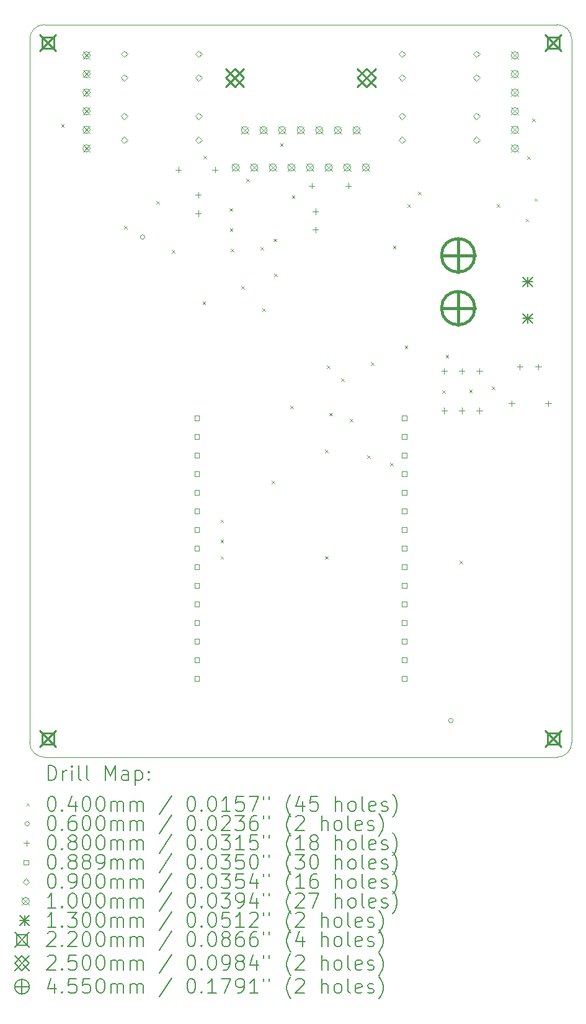
<source format=gbr>
%FSLAX45Y45*%
G04 Gerber Fmt 4.5, Leading zero omitted, Abs format (unit mm)*
G04 Created by KiCad (PCBNEW (6.0.1)) date 2025-03-11 18:24:47*
%MOMM*%
%LPD*%
G01*
G04 APERTURE LIST*
%TA.AperFunction,Profile*%
%ADD10C,0.100000*%
%TD*%
%ADD11C,0.200000*%
%ADD12C,0.040000*%
%ADD13C,0.060000*%
%ADD14C,0.080000*%
%ADD15C,0.088900*%
%ADD16C,0.090000*%
%ADD17C,0.100000*%
%ADD18C,0.130000*%
%ADD19C,0.220000*%
%ADD20C,0.250000*%
%ADD21C,0.455000*%
G04 APERTURE END LIST*
D10*
X16700000Y-6200000D02*
X16700000Y-15800000D01*
X9300000Y-15800000D02*
G75*
G03*
X9500000Y-16000000I200000J0D01*
G01*
X9500000Y-6000000D02*
X16500000Y-6000000D01*
X9500000Y-6000000D02*
G75*
G03*
X9300000Y-6200000I0J-200000D01*
G01*
X16500000Y-16000000D02*
X9500000Y-16000000D01*
X9300000Y-15800000D02*
X9300000Y-6200000D01*
X16700000Y-6200000D02*
G75*
G03*
X16500000Y-6000000I-200000J0D01*
G01*
X16500000Y-16000000D02*
G75*
G03*
X16700000Y-15800000I0J200000D01*
G01*
D11*
D12*
X9730000Y-7360000D02*
X9770000Y-7400000D01*
X9770000Y-7360000D02*
X9730000Y-7400000D01*
X10590000Y-8750000D02*
X10630000Y-8790000D01*
X10630000Y-8750000D02*
X10590000Y-8790000D01*
X11030000Y-8410000D02*
X11070000Y-8450000D01*
X11070000Y-8410000D02*
X11030000Y-8450000D01*
X11240000Y-9080000D02*
X11280000Y-9120000D01*
X11280000Y-9080000D02*
X11240000Y-9120000D01*
X11660000Y-9780000D02*
X11700000Y-9820000D01*
X11700000Y-9780000D02*
X11660000Y-9820000D01*
X11670000Y-7790000D02*
X11710000Y-7830000D01*
X11710000Y-7790000D02*
X11670000Y-7830000D01*
X11905000Y-12755000D02*
X11945000Y-12795000D01*
X11945000Y-12755000D02*
X11905000Y-12795000D01*
X11905000Y-13030000D02*
X11945000Y-13070000D01*
X11945000Y-13030000D02*
X11905000Y-13070000D01*
X11905000Y-13255000D02*
X11945000Y-13295000D01*
X11945000Y-13255000D02*
X11905000Y-13295000D01*
X12030000Y-8505000D02*
X12070000Y-8545000D01*
X12070000Y-8505000D02*
X12030000Y-8545000D01*
X12032601Y-8780000D02*
X12072601Y-8820000D01*
X12072601Y-8780000D02*
X12032601Y-8820000D01*
X12045000Y-9060000D02*
X12085000Y-9100000D01*
X12085000Y-9060000D02*
X12045000Y-9100000D01*
X12190000Y-9570000D02*
X12230000Y-9610000D01*
X12230000Y-9570000D02*
X12190000Y-9610000D01*
X12255000Y-8105000D02*
X12295000Y-8145000D01*
X12295000Y-8105000D02*
X12255000Y-8145000D01*
X12453043Y-9033044D02*
X12493043Y-9073044D01*
X12493043Y-9033044D02*
X12453043Y-9073044D01*
X12480000Y-9875000D02*
X12520000Y-9915000D01*
X12520000Y-9875000D02*
X12480000Y-9915000D01*
X12605000Y-12230000D02*
X12645000Y-12270000D01*
X12645000Y-12230000D02*
X12605000Y-12270000D01*
X12630000Y-8920000D02*
X12670000Y-8960000D01*
X12670000Y-8920000D02*
X12630000Y-8960000D01*
X12640000Y-9400000D02*
X12680000Y-9440000D01*
X12680000Y-9400000D02*
X12640000Y-9440000D01*
X12718485Y-7619116D02*
X12758485Y-7659116D01*
X12758485Y-7619116D02*
X12718485Y-7659116D01*
X12855000Y-11205000D02*
X12895000Y-11245000D01*
X12895000Y-11205000D02*
X12855000Y-11245000D01*
X12880000Y-8330000D02*
X12920000Y-8370000D01*
X12920000Y-8330000D02*
X12880000Y-8370000D01*
X13330000Y-11805000D02*
X13370000Y-11845000D01*
X13370000Y-11805000D02*
X13330000Y-11845000D01*
X13330000Y-13255000D02*
X13370000Y-13295000D01*
X13370000Y-13255000D02*
X13330000Y-13295000D01*
X13355000Y-10655000D02*
X13395000Y-10695000D01*
X13395000Y-10655000D02*
X13355000Y-10695000D01*
X13390000Y-11300000D02*
X13430000Y-11340000D01*
X13430000Y-11300000D02*
X13390000Y-11340000D01*
X13555000Y-10830000D02*
X13595000Y-10870000D01*
X13595000Y-10830000D02*
X13555000Y-10870000D01*
X13670000Y-11380000D02*
X13710000Y-11420000D01*
X13710000Y-11380000D02*
X13670000Y-11420000D01*
X13910000Y-11880000D02*
X13950000Y-11920000D01*
X13950000Y-11880000D02*
X13910000Y-11920000D01*
X13960000Y-10610000D02*
X14000000Y-10650000D01*
X14000000Y-10610000D02*
X13960000Y-10650000D01*
X14220000Y-11980000D02*
X14260000Y-12020000D01*
X14260000Y-11980000D02*
X14220000Y-12020000D01*
X14260000Y-9020000D02*
X14300000Y-9060000D01*
X14300000Y-9020000D02*
X14260000Y-9060000D01*
X14420000Y-10380000D02*
X14460000Y-10420000D01*
X14460000Y-10380000D02*
X14420000Y-10420000D01*
X14460000Y-8450000D02*
X14500000Y-8490000D01*
X14500000Y-8450000D02*
X14460000Y-8490000D01*
X14600000Y-8280000D02*
X14640000Y-8320000D01*
X14640000Y-8280000D02*
X14600000Y-8320000D01*
X14930000Y-10990000D02*
X14970000Y-11030000D01*
X14970000Y-10990000D02*
X14930000Y-11030000D01*
X14980000Y-10510000D02*
X15020000Y-10550000D01*
X15020000Y-10510000D02*
X14980000Y-10550000D01*
X15170000Y-13320000D02*
X15210000Y-13360000D01*
X15210000Y-13320000D02*
X15170000Y-13360000D01*
X15300000Y-10980000D02*
X15340000Y-11020000D01*
X15340000Y-10980000D02*
X15300000Y-11020000D01*
X15610000Y-10940000D02*
X15650000Y-10980000D01*
X15650000Y-10940000D02*
X15610000Y-10980000D01*
X15680000Y-8450000D02*
X15720000Y-8490000D01*
X15720000Y-8450000D02*
X15680000Y-8490000D01*
X16070000Y-8650000D02*
X16110000Y-8690000D01*
X16110000Y-8650000D02*
X16070000Y-8690000D01*
X16090000Y-7800000D02*
X16130000Y-7840000D01*
X16130000Y-7800000D02*
X16090000Y-7840000D01*
X16160000Y-7280000D02*
X16200000Y-7320000D01*
X16200000Y-7280000D02*
X16160000Y-7320000D01*
X16190000Y-8370000D02*
X16230000Y-8410000D01*
X16230000Y-8370000D02*
X16190000Y-8410000D01*
D13*
X10870000Y-8900000D02*
G75*
G03*
X10870000Y-8900000I-30000J0D01*
G01*
X15080000Y-15500000D02*
G75*
G03*
X15080000Y-15500000I-30000J0D01*
G01*
D14*
X11330000Y-7940000D02*
X11330000Y-8020000D01*
X11290000Y-7980000D02*
X11370000Y-7980000D01*
X11600000Y-8286762D02*
X11600000Y-8366762D01*
X11560000Y-8326762D02*
X11640000Y-8326762D01*
X11600000Y-8536762D02*
X11600000Y-8616762D01*
X11560000Y-8576762D02*
X11640000Y-8576762D01*
X11830000Y-7940000D02*
X11830000Y-8020000D01*
X11790000Y-7980000D02*
X11870000Y-7980000D01*
X13150000Y-8160000D02*
X13150000Y-8240000D01*
X13110000Y-8200000D02*
X13190000Y-8200000D01*
X13200000Y-8510000D02*
X13200000Y-8590000D01*
X13160000Y-8550000D02*
X13240000Y-8550000D01*
X13200000Y-8760000D02*
X13200000Y-8840000D01*
X13160000Y-8800000D02*
X13240000Y-8800000D01*
X13650000Y-8160000D02*
X13650000Y-8240000D01*
X13610000Y-8200000D02*
X13690000Y-8200000D01*
X14960000Y-10690000D02*
X14960000Y-10770000D01*
X14920000Y-10730000D02*
X15000000Y-10730000D01*
X14960000Y-11230000D02*
X14960000Y-11310000D01*
X14920000Y-11270000D02*
X15000000Y-11270000D01*
X15200000Y-10690000D02*
X15200000Y-10770000D01*
X15160000Y-10730000D02*
X15240000Y-10730000D01*
X15200000Y-11230000D02*
X15200000Y-11310000D01*
X15160000Y-11270000D02*
X15240000Y-11270000D01*
X15440000Y-10690000D02*
X15440000Y-10770000D01*
X15400000Y-10730000D02*
X15480000Y-10730000D01*
X15440000Y-11230000D02*
X15440000Y-11310000D01*
X15400000Y-11270000D02*
X15480000Y-11270000D01*
X15880000Y-11130000D02*
X15880000Y-11210000D01*
X15840000Y-11170000D02*
X15920000Y-11170000D01*
X15991762Y-10630000D02*
X15991762Y-10710000D01*
X15951762Y-10670000D02*
X16031762Y-10670000D01*
X16241762Y-10630000D02*
X16241762Y-10710000D01*
X16201762Y-10670000D02*
X16281762Y-10670000D01*
X16380000Y-11130000D02*
X16380000Y-11210000D01*
X16340000Y-11170000D02*
X16420000Y-11170000D01*
D15*
X11616431Y-11403431D02*
X11616431Y-11340569D01*
X11553569Y-11340569D01*
X11553569Y-11403431D01*
X11616431Y-11403431D01*
X11616431Y-11657431D02*
X11616431Y-11594569D01*
X11553569Y-11594569D01*
X11553569Y-11657431D01*
X11616431Y-11657431D01*
X11616431Y-11911431D02*
X11616431Y-11848569D01*
X11553569Y-11848569D01*
X11553569Y-11911431D01*
X11616431Y-11911431D01*
X11616431Y-12165431D02*
X11616431Y-12102569D01*
X11553569Y-12102569D01*
X11553569Y-12165431D01*
X11616431Y-12165431D01*
X11616431Y-12419431D02*
X11616431Y-12356569D01*
X11553569Y-12356569D01*
X11553569Y-12419431D01*
X11616431Y-12419431D01*
X11616431Y-12673431D02*
X11616431Y-12610569D01*
X11553569Y-12610569D01*
X11553569Y-12673431D01*
X11616431Y-12673431D01*
X11616431Y-12927431D02*
X11616431Y-12864569D01*
X11553569Y-12864569D01*
X11553569Y-12927431D01*
X11616431Y-12927431D01*
X11616431Y-13181431D02*
X11616431Y-13118569D01*
X11553569Y-13118569D01*
X11553569Y-13181431D01*
X11616431Y-13181431D01*
X11616431Y-13435431D02*
X11616431Y-13372569D01*
X11553569Y-13372569D01*
X11553569Y-13435431D01*
X11616431Y-13435431D01*
X11616431Y-13689431D02*
X11616431Y-13626569D01*
X11553569Y-13626569D01*
X11553569Y-13689431D01*
X11616431Y-13689431D01*
X11616431Y-13943431D02*
X11616431Y-13880569D01*
X11553569Y-13880569D01*
X11553569Y-13943431D01*
X11616431Y-13943431D01*
X11616431Y-14197431D02*
X11616431Y-14134569D01*
X11553569Y-14134569D01*
X11553569Y-14197431D01*
X11616431Y-14197431D01*
X11616431Y-14451431D02*
X11616431Y-14388569D01*
X11553569Y-14388569D01*
X11553569Y-14451431D01*
X11616431Y-14451431D01*
X11616431Y-14705431D02*
X11616431Y-14642569D01*
X11553569Y-14642569D01*
X11553569Y-14705431D01*
X11616431Y-14705431D01*
X11616431Y-14959431D02*
X11616431Y-14896569D01*
X11553569Y-14896569D01*
X11553569Y-14959431D01*
X11616431Y-14959431D01*
X14446431Y-11403431D02*
X14446431Y-11340569D01*
X14383569Y-11340569D01*
X14383569Y-11403431D01*
X14446431Y-11403431D01*
X14446431Y-11657431D02*
X14446431Y-11594569D01*
X14383569Y-11594569D01*
X14383569Y-11657431D01*
X14446431Y-11657431D01*
X14446431Y-11911431D02*
X14446431Y-11848569D01*
X14383569Y-11848569D01*
X14383569Y-11911431D01*
X14446431Y-11911431D01*
X14446431Y-12165431D02*
X14446431Y-12102569D01*
X14383569Y-12102569D01*
X14383569Y-12165431D01*
X14446431Y-12165431D01*
X14446431Y-12419431D02*
X14446431Y-12356569D01*
X14383569Y-12356569D01*
X14383569Y-12419431D01*
X14446431Y-12419431D01*
X14446431Y-12673431D02*
X14446431Y-12610569D01*
X14383569Y-12610569D01*
X14383569Y-12673431D01*
X14446431Y-12673431D01*
X14446431Y-12927431D02*
X14446431Y-12864569D01*
X14383569Y-12864569D01*
X14383569Y-12927431D01*
X14446431Y-12927431D01*
X14446431Y-13181431D02*
X14446431Y-13118569D01*
X14383569Y-13118569D01*
X14383569Y-13181431D01*
X14446431Y-13181431D01*
X14446431Y-13435431D02*
X14446431Y-13372569D01*
X14383569Y-13372569D01*
X14383569Y-13435431D01*
X14446431Y-13435431D01*
X14446431Y-13689431D02*
X14446431Y-13626569D01*
X14383569Y-13626569D01*
X14383569Y-13689431D01*
X14446431Y-13689431D01*
X14446431Y-13943431D02*
X14446431Y-13880569D01*
X14383569Y-13880569D01*
X14383569Y-13943431D01*
X14446431Y-13943431D01*
X14446431Y-14197431D02*
X14446431Y-14134569D01*
X14383569Y-14134569D01*
X14383569Y-14197431D01*
X14446431Y-14197431D01*
X14446431Y-14451431D02*
X14446431Y-14388569D01*
X14383569Y-14388569D01*
X14383569Y-14451431D01*
X14446431Y-14451431D01*
X14446431Y-14705431D02*
X14446431Y-14642569D01*
X14383569Y-14642569D01*
X14383569Y-14705431D01*
X14446431Y-14705431D01*
X14446431Y-14959431D02*
X14446431Y-14896569D01*
X14383569Y-14896569D01*
X14383569Y-14959431D01*
X14446431Y-14959431D01*
D16*
X10592000Y-6445000D02*
X10637000Y-6400000D01*
X10592000Y-6355000D01*
X10547000Y-6400000D01*
X10592000Y-6445000D01*
X10592000Y-6770000D02*
X10637000Y-6725000D01*
X10592000Y-6680000D01*
X10547000Y-6725000D01*
X10592000Y-6770000D01*
X10592000Y-7295000D02*
X10637000Y-7250000D01*
X10592000Y-7205000D01*
X10547000Y-7250000D01*
X10592000Y-7295000D01*
X10592000Y-7620000D02*
X10637000Y-7575000D01*
X10592000Y-7530000D01*
X10547000Y-7575000D01*
X10592000Y-7620000D01*
X11608000Y-6445000D02*
X11653000Y-6400000D01*
X11608000Y-6355000D01*
X11563000Y-6400000D01*
X11608000Y-6445000D01*
X11608000Y-6770000D02*
X11653000Y-6725000D01*
X11608000Y-6680000D01*
X11563000Y-6725000D01*
X11608000Y-6770000D01*
X11608000Y-7295000D02*
X11653000Y-7250000D01*
X11608000Y-7205000D01*
X11563000Y-7250000D01*
X11608000Y-7295000D01*
X11608000Y-7620000D02*
X11653000Y-7575000D01*
X11608000Y-7530000D01*
X11563000Y-7575000D01*
X11608000Y-7620000D01*
X14384000Y-6445000D02*
X14429000Y-6400000D01*
X14384000Y-6355000D01*
X14339000Y-6400000D01*
X14384000Y-6445000D01*
X14384000Y-6770000D02*
X14429000Y-6725000D01*
X14384000Y-6680000D01*
X14339000Y-6725000D01*
X14384000Y-6770000D01*
X14384000Y-7295000D02*
X14429000Y-7250000D01*
X14384000Y-7205000D01*
X14339000Y-7250000D01*
X14384000Y-7295000D01*
X14384000Y-7620000D02*
X14429000Y-7575000D01*
X14384000Y-7530000D01*
X14339000Y-7575000D01*
X14384000Y-7620000D01*
X15400000Y-6445000D02*
X15445000Y-6400000D01*
X15400000Y-6355000D01*
X15355000Y-6400000D01*
X15400000Y-6445000D01*
X15400000Y-6770000D02*
X15445000Y-6725000D01*
X15400000Y-6680000D01*
X15355000Y-6725000D01*
X15400000Y-6770000D01*
X15400000Y-7295000D02*
X15445000Y-7250000D01*
X15400000Y-7205000D01*
X15355000Y-7250000D01*
X15400000Y-7295000D01*
X15400000Y-7620000D02*
X15445000Y-7575000D01*
X15400000Y-7530000D01*
X15355000Y-7575000D01*
X15400000Y-7620000D01*
D17*
X10025000Y-6370000D02*
X10125000Y-6470000D01*
X10125000Y-6370000D02*
X10025000Y-6470000D01*
X10125000Y-6420000D02*
G75*
G03*
X10125000Y-6420000I-50000J0D01*
G01*
X10025000Y-6624000D02*
X10125000Y-6724000D01*
X10125000Y-6624000D02*
X10025000Y-6724000D01*
X10125000Y-6674000D02*
G75*
G03*
X10125000Y-6674000I-50000J0D01*
G01*
X10025000Y-6878000D02*
X10125000Y-6978000D01*
X10125000Y-6878000D02*
X10025000Y-6978000D01*
X10125000Y-6928000D02*
G75*
G03*
X10125000Y-6928000I-50000J0D01*
G01*
X10025000Y-7132000D02*
X10125000Y-7232000D01*
X10125000Y-7132000D02*
X10025000Y-7232000D01*
X10125000Y-7182000D02*
G75*
G03*
X10125000Y-7182000I-50000J0D01*
G01*
X10025000Y-7386000D02*
X10125000Y-7486000D01*
X10125000Y-7386000D02*
X10025000Y-7486000D01*
X10125000Y-7436000D02*
G75*
G03*
X10125000Y-7436000I-50000J0D01*
G01*
X10025000Y-7640000D02*
X10125000Y-7740000D01*
X10125000Y-7640000D02*
X10025000Y-7740000D01*
X10125000Y-7690000D02*
G75*
G03*
X10125000Y-7690000I-50000J0D01*
G01*
X12060500Y-7898500D02*
X12160500Y-7998500D01*
X12160500Y-7898500D02*
X12060500Y-7998500D01*
X12160500Y-7948500D02*
G75*
G03*
X12160500Y-7948500I-50000J0D01*
G01*
X12187500Y-7390500D02*
X12287500Y-7490500D01*
X12287500Y-7390500D02*
X12187500Y-7490500D01*
X12287500Y-7440500D02*
G75*
G03*
X12287500Y-7440500I-50000J0D01*
G01*
X12314500Y-7898500D02*
X12414500Y-7998500D01*
X12414500Y-7898500D02*
X12314500Y-7998500D01*
X12414500Y-7948500D02*
G75*
G03*
X12414500Y-7948500I-50000J0D01*
G01*
X12441500Y-7390500D02*
X12541500Y-7490500D01*
X12541500Y-7390500D02*
X12441500Y-7490500D01*
X12541500Y-7440500D02*
G75*
G03*
X12541500Y-7440500I-50000J0D01*
G01*
X12568500Y-7898500D02*
X12668500Y-7998500D01*
X12668500Y-7898500D02*
X12568500Y-7998500D01*
X12668500Y-7948500D02*
G75*
G03*
X12668500Y-7948500I-50000J0D01*
G01*
X12695500Y-7390500D02*
X12795500Y-7490500D01*
X12795500Y-7390500D02*
X12695500Y-7490500D01*
X12795500Y-7440500D02*
G75*
G03*
X12795500Y-7440500I-50000J0D01*
G01*
X12822500Y-7898500D02*
X12922500Y-7998500D01*
X12922500Y-7898500D02*
X12822500Y-7998500D01*
X12922500Y-7948500D02*
G75*
G03*
X12922500Y-7948500I-50000J0D01*
G01*
X12949500Y-7390500D02*
X13049500Y-7490500D01*
X13049500Y-7390500D02*
X12949500Y-7490500D01*
X13049500Y-7440500D02*
G75*
G03*
X13049500Y-7440500I-50000J0D01*
G01*
X13076500Y-7898500D02*
X13176500Y-7998500D01*
X13176500Y-7898500D02*
X13076500Y-7998500D01*
X13176500Y-7948500D02*
G75*
G03*
X13176500Y-7948500I-50000J0D01*
G01*
X13203500Y-7390500D02*
X13303500Y-7490500D01*
X13303500Y-7390500D02*
X13203500Y-7490500D01*
X13303500Y-7440500D02*
G75*
G03*
X13303500Y-7440500I-50000J0D01*
G01*
X13330500Y-7898500D02*
X13430500Y-7998500D01*
X13430500Y-7898500D02*
X13330500Y-7998500D01*
X13430500Y-7948500D02*
G75*
G03*
X13430500Y-7948500I-50000J0D01*
G01*
X13457500Y-7390500D02*
X13557500Y-7490500D01*
X13557500Y-7390500D02*
X13457500Y-7490500D01*
X13557500Y-7440500D02*
G75*
G03*
X13557500Y-7440500I-50000J0D01*
G01*
X13584500Y-7898500D02*
X13684500Y-7998500D01*
X13684500Y-7898500D02*
X13584500Y-7998500D01*
X13684500Y-7948500D02*
G75*
G03*
X13684500Y-7948500I-50000J0D01*
G01*
X13711500Y-7390500D02*
X13811500Y-7490500D01*
X13811500Y-7390500D02*
X13711500Y-7490500D01*
X13811500Y-7440500D02*
G75*
G03*
X13811500Y-7440500I-50000J0D01*
G01*
X13838500Y-7898500D02*
X13938500Y-7998500D01*
X13938500Y-7898500D02*
X13838500Y-7998500D01*
X13938500Y-7948500D02*
G75*
G03*
X13938500Y-7948500I-50000J0D01*
G01*
X15875000Y-6370000D02*
X15975000Y-6470000D01*
X15975000Y-6370000D02*
X15875000Y-6470000D01*
X15975000Y-6420000D02*
G75*
G03*
X15975000Y-6420000I-50000J0D01*
G01*
X15875000Y-6624000D02*
X15975000Y-6724000D01*
X15975000Y-6624000D02*
X15875000Y-6724000D01*
X15975000Y-6674000D02*
G75*
G03*
X15975000Y-6674000I-50000J0D01*
G01*
X15875000Y-6878000D02*
X15975000Y-6978000D01*
X15975000Y-6878000D02*
X15875000Y-6978000D01*
X15975000Y-6928000D02*
G75*
G03*
X15975000Y-6928000I-50000J0D01*
G01*
X15875000Y-7132000D02*
X15975000Y-7232000D01*
X15975000Y-7132000D02*
X15875000Y-7232000D01*
X15975000Y-7182000D02*
G75*
G03*
X15975000Y-7182000I-50000J0D01*
G01*
X15875000Y-7386000D02*
X15975000Y-7486000D01*
X15975000Y-7386000D02*
X15875000Y-7486000D01*
X15975000Y-7436000D02*
G75*
G03*
X15975000Y-7436000I-50000J0D01*
G01*
X15875000Y-7640000D02*
X15975000Y-7740000D01*
X15975000Y-7640000D02*
X15875000Y-7740000D01*
X15975000Y-7690000D02*
G75*
G03*
X15975000Y-7690000I-50000J0D01*
G01*
D18*
X16035475Y-9445457D02*
X16165475Y-9575457D01*
X16165475Y-9445457D02*
X16035475Y-9575457D01*
X16100475Y-9445457D02*
X16100475Y-9575457D01*
X16035475Y-9510457D02*
X16165475Y-9510457D01*
X16035475Y-9945457D02*
X16165475Y-10075457D01*
X16165475Y-9945457D02*
X16035475Y-10075457D01*
X16100475Y-9945457D02*
X16100475Y-10075457D01*
X16035475Y-10010457D02*
X16165475Y-10010457D01*
D19*
X9440000Y-6140000D02*
X9660000Y-6360000D01*
X9660000Y-6140000D02*
X9440000Y-6360000D01*
X9627783Y-6327782D02*
X9627783Y-6172217D01*
X9472218Y-6172217D01*
X9472218Y-6327782D01*
X9627783Y-6327782D01*
X9440000Y-15640000D02*
X9660000Y-15860000D01*
X9660000Y-15640000D02*
X9440000Y-15860000D01*
X9627783Y-15827782D02*
X9627783Y-15672217D01*
X9472218Y-15672217D01*
X9472218Y-15827782D01*
X9627783Y-15827782D01*
X16340000Y-6140000D02*
X16560000Y-6360000D01*
X16560000Y-6140000D02*
X16340000Y-6360000D01*
X16527783Y-6327782D02*
X16527783Y-6172217D01*
X16372218Y-6172217D01*
X16372218Y-6327782D01*
X16527783Y-6327782D01*
X16340000Y-15640000D02*
X16560000Y-15860000D01*
X16560000Y-15640000D02*
X16340000Y-15860000D01*
X16527783Y-15827782D02*
X16527783Y-15672217D01*
X16372218Y-15672217D01*
X16372218Y-15827782D01*
X16527783Y-15827782D01*
D20*
X11975000Y-6600000D02*
X12225000Y-6850000D01*
X12225000Y-6600000D02*
X11975000Y-6850000D01*
X12100000Y-6850000D02*
X12225000Y-6725000D01*
X12100000Y-6600000D01*
X11975000Y-6725000D01*
X12100000Y-6850000D01*
X13775000Y-6600000D02*
X14025000Y-6850000D01*
X14025000Y-6600000D02*
X13775000Y-6850000D01*
X13900000Y-6850000D02*
X14025000Y-6725000D01*
X13900000Y-6600000D01*
X13775000Y-6725000D01*
X13900000Y-6850000D01*
D21*
X15150000Y-8922500D02*
X15150000Y-9377500D01*
X14922500Y-9150000D02*
X15377500Y-9150000D01*
X15377500Y-9150000D02*
G75*
G03*
X15377500Y-9150000I-227500J0D01*
G01*
X15150000Y-9642500D02*
X15150000Y-10097500D01*
X14922500Y-9870000D02*
X15377500Y-9870000D01*
X15377500Y-9870000D02*
G75*
G03*
X15377500Y-9870000I-227500J0D01*
G01*
D11*
X9552619Y-16315476D02*
X9552619Y-16115476D01*
X9600238Y-16115476D01*
X9628810Y-16125000D01*
X9647857Y-16144047D01*
X9657381Y-16163095D01*
X9666905Y-16201190D01*
X9666905Y-16229762D01*
X9657381Y-16267857D01*
X9647857Y-16286905D01*
X9628810Y-16305952D01*
X9600238Y-16315476D01*
X9552619Y-16315476D01*
X9752619Y-16315476D02*
X9752619Y-16182143D01*
X9752619Y-16220238D02*
X9762143Y-16201190D01*
X9771667Y-16191666D01*
X9790714Y-16182143D01*
X9809762Y-16182143D01*
X9876429Y-16315476D02*
X9876429Y-16182143D01*
X9876429Y-16115476D02*
X9866905Y-16125000D01*
X9876429Y-16134524D01*
X9885952Y-16125000D01*
X9876429Y-16115476D01*
X9876429Y-16134524D01*
X10000238Y-16315476D02*
X9981190Y-16305952D01*
X9971667Y-16286905D01*
X9971667Y-16115476D01*
X10105000Y-16315476D02*
X10085952Y-16305952D01*
X10076429Y-16286905D01*
X10076429Y-16115476D01*
X10333571Y-16315476D02*
X10333571Y-16115476D01*
X10400238Y-16258333D01*
X10466905Y-16115476D01*
X10466905Y-16315476D01*
X10647857Y-16315476D02*
X10647857Y-16210714D01*
X10638333Y-16191666D01*
X10619286Y-16182143D01*
X10581190Y-16182143D01*
X10562143Y-16191666D01*
X10647857Y-16305952D02*
X10628810Y-16315476D01*
X10581190Y-16315476D01*
X10562143Y-16305952D01*
X10552619Y-16286905D01*
X10552619Y-16267857D01*
X10562143Y-16248809D01*
X10581190Y-16239286D01*
X10628810Y-16239286D01*
X10647857Y-16229762D01*
X10743095Y-16182143D02*
X10743095Y-16382143D01*
X10743095Y-16191666D02*
X10762143Y-16182143D01*
X10800238Y-16182143D01*
X10819286Y-16191666D01*
X10828810Y-16201190D01*
X10838333Y-16220238D01*
X10838333Y-16277381D01*
X10828810Y-16296428D01*
X10819286Y-16305952D01*
X10800238Y-16315476D01*
X10762143Y-16315476D01*
X10743095Y-16305952D01*
X10924048Y-16296428D02*
X10933571Y-16305952D01*
X10924048Y-16315476D01*
X10914524Y-16305952D01*
X10924048Y-16296428D01*
X10924048Y-16315476D01*
X10924048Y-16191666D02*
X10933571Y-16201190D01*
X10924048Y-16210714D01*
X10914524Y-16201190D01*
X10924048Y-16191666D01*
X10924048Y-16210714D01*
D12*
X9255000Y-16625000D02*
X9295000Y-16665000D01*
X9295000Y-16625000D02*
X9255000Y-16665000D01*
D11*
X9590714Y-16535476D02*
X9609762Y-16535476D01*
X9628810Y-16545000D01*
X9638333Y-16554524D01*
X9647857Y-16573571D01*
X9657381Y-16611666D01*
X9657381Y-16659286D01*
X9647857Y-16697381D01*
X9638333Y-16716428D01*
X9628810Y-16725952D01*
X9609762Y-16735476D01*
X9590714Y-16735476D01*
X9571667Y-16725952D01*
X9562143Y-16716428D01*
X9552619Y-16697381D01*
X9543095Y-16659286D01*
X9543095Y-16611666D01*
X9552619Y-16573571D01*
X9562143Y-16554524D01*
X9571667Y-16545000D01*
X9590714Y-16535476D01*
X9743095Y-16716428D02*
X9752619Y-16725952D01*
X9743095Y-16735476D01*
X9733571Y-16725952D01*
X9743095Y-16716428D01*
X9743095Y-16735476D01*
X9924048Y-16602143D02*
X9924048Y-16735476D01*
X9876429Y-16525952D02*
X9828810Y-16668809D01*
X9952619Y-16668809D01*
X10066905Y-16535476D02*
X10085952Y-16535476D01*
X10105000Y-16545000D01*
X10114524Y-16554524D01*
X10124048Y-16573571D01*
X10133571Y-16611666D01*
X10133571Y-16659286D01*
X10124048Y-16697381D01*
X10114524Y-16716428D01*
X10105000Y-16725952D01*
X10085952Y-16735476D01*
X10066905Y-16735476D01*
X10047857Y-16725952D01*
X10038333Y-16716428D01*
X10028810Y-16697381D01*
X10019286Y-16659286D01*
X10019286Y-16611666D01*
X10028810Y-16573571D01*
X10038333Y-16554524D01*
X10047857Y-16545000D01*
X10066905Y-16535476D01*
X10257381Y-16535476D02*
X10276429Y-16535476D01*
X10295476Y-16545000D01*
X10305000Y-16554524D01*
X10314524Y-16573571D01*
X10324048Y-16611666D01*
X10324048Y-16659286D01*
X10314524Y-16697381D01*
X10305000Y-16716428D01*
X10295476Y-16725952D01*
X10276429Y-16735476D01*
X10257381Y-16735476D01*
X10238333Y-16725952D01*
X10228810Y-16716428D01*
X10219286Y-16697381D01*
X10209762Y-16659286D01*
X10209762Y-16611666D01*
X10219286Y-16573571D01*
X10228810Y-16554524D01*
X10238333Y-16545000D01*
X10257381Y-16535476D01*
X10409762Y-16735476D02*
X10409762Y-16602143D01*
X10409762Y-16621190D02*
X10419286Y-16611666D01*
X10438333Y-16602143D01*
X10466905Y-16602143D01*
X10485952Y-16611666D01*
X10495476Y-16630714D01*
X10495476Y-16735476D01*
X10495476Y-16630714D02*
X10505000Y-16611666D01*
X10524048Y-16602143D01*
X10552619Y-16602143D01*
X10571667Y-16611666D01*
X10581190Y-16630714D01*
X10581190Y-16735476D01*
X10676429Y-16735476D02*
X10676429Y-16602143D01*
X10676429Y-16621190D02*
X10685952Y-16611666D01*
X10705000Y-16602143D01*
X10733571Y-16602143D01*
X10752619Y-16611666D01*
X10762143Y-16630714D01*
X10762143Y-16735476D01*
X10762143Y-16630714D02*
X10771667Y-16611666D01*
X10790714Y-16602143D01*
X10819286Y-16602143D01*
X10838333Y-16611666D01*
X10847857Y-16630714D01*
X10847857Y-16735476D01*
X11238333Y-16525952D02*
X11066905Y-16783095D01*
X11495476Y-16535476D02*
X11514524Y-16535476D01*
X11533571Y-16545000D01*
X11543095Y-16554524D01*
X11552619Y-16573571D01*
X11562143Y-16611666D01*
X11562143Y-16659286D01*
X11552619Y-16697381D01*
X11543095Y-16716428D01*
X11533571Y-16725952D01*
X11514524Y-16735476D01*
X11495476Y-16735476D01*
X11476428Y-16725952D01*
X11466905Y-16716428D01*
X11457381Y-16697381D01*
X11447857Y-16659286D01*
X11447857Y-16611666D01*
X11457381Y-16573571D01*
X11466905Y-16554524D01*
X11476428Y-16545000D01*
X11495476Y-16535476D01*
X11647857Y-16716428D02*
X11657381Y-16725952D01*
X11647857Y-16735476D01*
X11638333Y-16725952D01*
X11647857Y-16716428D01*
X11647857Y-16735476D01*
X11781190Y-16535476D02*
X11800238Y-16535476D01*
X11819286Y-16545000D01*
X11828809Y-16554524D01*
X11838333Y-16573571D01*
X11847857Y-16611666D01*
X11847857Y-16659286D01*
X11838333Y-16697381D01*
X11828809Y-16716428D01*
X11819286Y-16725952D01*
X11800238Y-16735476D01*
X11781190Y-16735476D01*
X11762143Y-16725952D01*
X11752619Y-16716428D01*
X11743095Y-16697381D01*
X11733571Y-16659286D01*
X11733571Y-16611666D01*
X11743095Y-16573571D01*
X11752619Y-16554524D01*
X11762143Y-16545000D01*
X11781190Y-16535476D01*
X12038333Y-16735476D02*
X11924048Y-16735476D01*
X11981190Y-16735476D02*
X11981190Y-16535476D01*
X11962143Y-16564047D01*
X11943095Y-16583095D01*
X11924048Y-16592619D01*
X12219286Y-16535476D02*
X12124048Y-16535476D01*
X12114524Y-16630714D01*
X12124048Y-16621190D01*
X12143095Y-16611666D01*
X12190714Y-16611666D01*
X12209762Y-16621190D01*
X12219286Y-16630714D01*
X12228809Y-16649762D01*
X12228809Y-16697381D01*
X12219286Y-16716428D01*
X12209762Y-16725952D01*
X12190714Y-16735476D01*
X12143095Y-16735476D01*
X12124048Y-16725952D01*
X12114524Y-16716428D01*
X12295476Y-16535476D02*
X12428809Y-16535476D01*
X12343095Y-16735476D01*
X12495476Y-16535476D02*
X12495476Y-16573571D01*
X12571667Y-16535476D02*
X12571667Y-16573571D01*
X12866905Y-16811667D02*
X12857381Y-16802143D01*
X12838333Y-16773571D01*
X12828809Y-16754524D01*
X12819286Y-16725952D01*
X12809762Y-16678333D01*
X12809762Y-16640238D01*
X12819286Y-16592619D01*
X12828809Y-16564047D01*
X12838333Y-16545000D01*
X12857381Y-16516428D01*
X12866905Y-16506905D01*
X13028809Y-16602143D02*
X13028809Y-16735476D01*
X12981190Y-16525952D02*
X12933571Y-16668809D01*
X13057381Y-16668809D01*
X13228809Y-16535476D02*
X13133571Y-16535476D01*
X13124048Y-16630714D01*
X13133571Y-16621190D01*
X13152619Y-16611666D01*
X13200238Y-16611666D01*
X13219286Y-16621190D01*
X13228809Y-16630714D01*
X13238333Y-16649762D01*
X13238333Y-16697381D01*
X13228809Y-16716428D01*
X13219286Y-16725952D01*
X13200238Y-16735476D01*
X13152619Y-16735476D01*
X13133571Y-16725952D01*
X13124048Y-16716428D01*
X13476428Y-16735476D02*
X13476428Y-16535476D01*
X13562143Y-16735476D02*
X13562143Y-16630714D01*
X13552619Y-16611666D01*
X13533571Y-16602143D01*
X13505000Y-16602143D01*
X13485952Y-16611666D01*
X13476428Y-16621190D01*
X13685952Y-16735476D02*
X13666905Y-16725952D01*
X13657381Y-16716428D01*
X13647857Y-16697381D01*
X13647857Y-16640238D01*
X13657381Y-16621190D01*
X13666905Y-16611666D01*
X13685952Y-16602143D01*
X13714524Y-16602143D01*
X13733571Y-16611666D01*
X13743095Y-16621190D01*
X13752619Y-16640238D01*
X13752619Y-16697381D01*
X13743095Y-16716428D01*
X13733571Y-16725952D01*
X13714524Y-16735476D01*
X13685952Y-16735476D01*
X13866905Y-16735476D02*
X13847857Y-16725952D01*
X13838333Y-16706905D01*
X13838333Y-16535476D01*
X14019286Y-16725952D02*
X14000238Y-16735476D01*
X13962143Y-16735476D01*
X13943095Y-16725952D01*
X13933571Y-16706905D01*
X13933571Y-16630714D01*
X13943095Y-16611666D01*
X13962143Y-16602143D01*
X14000238Y-16602143D01*
X14019286Y-16611666D01*
X14028809Y-16630714D01*
X14028809Y-16649762D01*
X13933571Y-16668809D01*
X14105000Y-16725952D02*
X14124048Y-16735476D01*
X14162143Y-16735476D01*
X14181190Y-16725952D01*
X14190714Y-16706905D01*
X14190714Y-16697381D01*
X14181190Y-16678333D01*
X14162143Y-16668809D01*
X14133571Y-16668809D01*
X14114524Y-16659286D01*
X14105000Y-16640238D01*
X14105000Y-16630714D01*
X14114524Y-16611666D01*
X14133571Y-16602143D01*
X14162143Y-16602143D01*
X14181190Y-16611666D01*
X14257381Y-16811667D02*
X14266905Y-16802143D01*
X14285952Y-16773571D01*
X14295476Y-16754524D01*
X14305000Y-16725952D01*
X14314524Y-16678333D01*
X14314524Y-16640238D01*
X14305000Y-16592619D01*
X14295476Y-16564047D01*
X14285952Y-16545000D01*
X14266905Y-16516428D01*
X14257381Y-16506905D01*
D13*
X9295000Y-16909000D02*
G75*
G03*
X9295000Y-16909000I-30000J0D01*
G01*
D11*
X9590714Y-16799476D02*
X9609762Y-16799476D01*
X9628810Y-16809000D01*
X9638333Y-16818524D01*
X9647857Y-16837571D01*
X9657381Y-16875667D01*
X9657381Y-16923286D01*
X9647857Y-16961381D01*
X9638333Y-16980428D01*
X9628810Y-16989952D01*
X9609762Y-16999476D01*
X9590714Y-16999476D01*
X9571667Y-16989952D01*
X9562143Y-16980428D01*
X9552619Y-16961381D01*
X9543095Y-16923286D01*
X9543095Y-16875667D01*
X9552619Y-16837571D01*
X9562143Y-16818524D01*
X9571667Y-16809000D01*
X9590714Y-16799476D01*
X9743095Y-16980428D02*
X9752619Y-16989952D01*
X9743095Y-16999476D01*
X9733571Y-16989952D01*
X9743095Y-16980428D01*
X9743095Y-16999476D01*
X9924048Y-16799476D02*
X9885952Y-16799476D01*
X9866905Y-16809000D01*
X9857381Y-16818524D01*
X9838333Y-16847095D01*
X9828810Y-16885190D01*
X9828810Y-16961381D01*
X9838333Y-16980428D01*
X9847857Y-16989952D01*
X9866905Y-16999476D01*
X9905000Y-16999476D01*
X9924048Y-16989952D01*
X9933571Y-16980428D01*
X9943095Y-16961381D01*
X9943095Y-16913762D01*
X9933571Y-16894714D01*
X9924048Y-16885190D01*
X9905000Y-16875667D01*
X9866905Y-16875667D01*
X9847857Y-16885190D01*
X9838333Y-16894714D01*
X9828810Y-16913762D01*
X10066905Y-16799476D02*
X10085952Y-16799476D01*
X10105000Y-16809000D01*
X10114524Y-16818524D01*
X10124048Y-16837571D01*
X10133571Y-16875667D01*
X10133571Y-16923286D01*
X10124048Y-16961381D01*
X10114524Y-16980428D01*
X10105000Y-16989952D01*
X10085952Y-16999476D01*
X10066905Y-16999476D01*
X10047857Y-16989952D01*
X10038333Y-16980428D01*
X10028810Y-16961381D01*
X10019286Y-16923286D01*
X10019286Y-16875667D01*
X10028810Y-16837571D01*
X10038333Y-16818524D01*
X10047857Y-16809000D01*
X10066905Y-16799476D01*
X10257381Y-16799476D02*
X10276429Y-16799476D01*
X10295476Y-16809000D01*
X10305000Y-16818524D01*
X10314524Y-16837571D01*
X10324048Y-16875667D01*
X10324048Y-16923286D01*
X10314524Y-16961381D01*
X10305000Y-16980428D01*
X10295476Y-16989952D01*
X10276429Y-16999476D01*
X10257381Y-16999476D01*
X10238333Y-16989952D01*
X10228810Y-16980428D01*
X10219286Y-16961381D01*
X10209762Y-16923286D01*
X10209762Y-16875667D01*
X10219286Y-16837571D01*
X10228810Y-16818524D01*
X10238333Y-16809000D01*
X10257381Y-16799476D01*
X10409762Y-16999476D02*
X10409762Y-16866143D01*
X10409762Y-16885190D02*
X10419286Y-16875667D01*
X10438333Y-16866143D01*
X10466905Y-16866143D01*
X10485952Y-16875667D01*
X10495476Y-16894714D01*
X10495476Y-16999476D01*
X10495476Y-16894714D02*
X10505000Y-16875667D01*
X10524048Y-16866143D01*
X10552619Y-16866143D01*
X10571667Y-16875667D01*
X10581190Y-16894714D01*
X10581190Y-16999476D01*
X10676429Y-16999476D02*
X10676429Y-16866143D01*
X10676429Y-16885190D02*
X10685952Y-16875667D01*
X10705000Y-16866143D01*
X10733571Y-16866143D01*
X10752619Y-16875667D01*
X10762143Y-16894714D01*
X10762143Y-16999476D01*
X10762143Y-16894714D02*
X10771667Y-16875667D01*
X10790714Y-16866143D01*
X10819286Y-16866143D01*
X10838333Y-16875667D01*
X10847857Y-16894714D01*
X10847857Y-16999476D01*
X11238333Y-16789952D02*
X11066905Y-17047095D01*
X11495476Y-16799476D02*
X11514524Y-16799476D01*
X11533571Y-16809000D01*
X11543095Y-16818524D01*
X11552619Y-16837571D01*
X11562143Y-16875667D01*
X11562143Y-16923286D01*
X11552619Y-16961381D01*
X11543095Y-16980428D01*
X11533571Y-16989952D01*
X11514524Y-16999476D01*
X11495476Y-16999476D01*
X11476428Y-16989952D01*
X11466905Y-16980428D01*
X11457381Y-16961381D01*
X11447857Y-16923286D01*
X11447857Y-16875667D01*
X11457381Y-16837571D01*
X11466905Y-16818524D01*
X11476428Y-16809000D01*
X11495476Y-16799476D01*
X11647857Y-16980428D02*
X11657381Y-16989952D01*
X11647857Y-16999476D01*
X11638333Y-16989952D01*
X11647857Y-16980428D01*
X11647857Y-16999476D01*
X11781190Y-16799476D02*
X11800238Y-16799476D01*
X11819286Y-16809000D01*
X11828809Y-16818524D01*
X11838333Y-16837571D01*
X11847857Y-16875667D01*
X11847857Y-16923286D01*
X11838333Y-16961381D01*
X11828809Y-16980428D01*
X11819286Y-16989952D01*
X11800238Y-16999476D01*
X11781190Y-16999476D01*
X11762143Y-16989952D01*
X11752619Y-16980428D01*
X11743095Y-16961381D01*
X11733571Y-16923286D01*
X11733571Y-16875667D01*
X11743095Y-16837571D01*
X11752619Y-16818524D01*
X11762143Y-16809000D01*
X11781190Y-16799476D01*
X11924048Y-16818524D02*
X11933571Y-16809000D01*
X11952619Y-16799476D01*
X12000238Y-16799476D01*
X12019286Y-16809000D01*
X12028809Y-16818524D01*
X12038333Y-16837571D01*
X12038333Y-16856619D01*
X12028809Y-16885190D01*
X11914524Y-16999476D01*
X12038333Y-16999476D01*
X12105000Y-16799476D02*
X12228809Y-16799476D01*
X12162143Y-16875667D01*
X12190714Y-16875667D01*
X12209762Y-16885190D01*
X12219286Y-16894714D01*
X12228809Y-16913762D01*
X12228809Y-16961381D01*
X12219286Y-16980428D01*
X12209762Y-16989952D01*
X12190714Y-16999476D01*
X12133571Y-16999476D01*
X12114524Y-16989952D01*
X12105000Y-16980428D01*
X12400238Y-16799476D02*
X12362143Y-16799476D01*
X12343095Y-16809000D01*
X12333571Y-16818524D01*
X12314524Y-16847095D01*
X12305000Y-16885190D01*
X12305000Y-16961381D01*
X12314524Y-16980428D01*
X12324048Y-16989952D01*
X12343095Y-16999476D01*
X12381190Y-16999476D01*
X12400238Y-16989952D01*
X12409762Y-16980428D01*
X12419286Y-16961381D01*
X12419286Y-16913762D01*
X12409762Y-16894714D01*
X12400238Y-16885190D01*
X12381190Y-16875667D01*
X12343095Y-16875667D01*
X12324048Y-16885190D01*
X12314524Y-16894714D01*
X12305000Y-16913762D01*
X12495476Y-16799476D02*
X12495476Y-16837571D01*
X12571667Y-16799476D02*
X12571667Y-16837571D01*
X12866905Y-17075667D02*
X12857381Y-17066143D01*
X12838333Y-17037571D01*
X12828809Y-17018524D01*
X12819286Y-16989952D01*
X12809762Y-16942333D01*
X12809762Y-16904238D01*
X12819286Y-16856619D01*
X12828809Y-16828048D01*
X12838333Y-16809000D01*
X12857381Y-16780428D01*
X12866905Y-16770905D01*
X12933571Y-16818524D02*
X12943095Y-16809000D01*
X12962143Y-16799476D01*
X13009762Y-16799476D01*
X13028809Y-16809000D01*
X13038333Y-16818524D01*
X13047857Y-16837571D01*
X13047857Y-16856619D01*
X13038333Y-16885190D01*
X12924048Y-16999476D01*
X13047857Y-16999476D01*
X13285952Y-16999476D02*
X13285952Y-16799476D01*
X13371667Y-16999476D02*
X13371667Y-16894714D01*
X13362143Y-16875667D01*
X13343095Y-16866143D01*
X13314524Y-16866143D01*
X13295476Y-16875667D01*
X13285952Y-16885190D01*
X13495476Y-16999476D02*
X13476428Y-16989952D01*
X13466905Y-16980428D01*
X13457381Y-16961381D01*
X13457381Y-16904238D01*
X13466905Y-16885190D01*
X13476428Y-16875667D01*
X13495476Y-16866143D01*
X13524048Y-16866143D01*
X13543095Y-16875667D01*
X13552619Y-16885190D01*
X13562143Y-16904238D01*
X13562143Y-16961381D01*
X13552619Y-16980428D01*
X13543095Y-16989952D01*
X13524048Y-16999476D01*
X13495476Y-16999476D01*
X13676428Y-16999476D02*
X13657381Y-16989952D01*
X13647857Y-16970905D01*
X13647857Y-16799476D01*
X13828809Y-16989952D02*
X13809762Y-16999476D01*
X13771667Y-16999476D01*
X13752619Y-16989952D01*
X13743095Y-16970905D01*
X13743095Y-16894714D01*
X13752619Y-16875667D01*
X13771667Y-16866143D01*
X13809762Y-16866143D01*
X13828809Y-16875667D01*
X13838333Y-16894714D01*
X13838333Y-16913762D01*
X13743095Y-16932809D01*
X13914524Y-16989952D02*
X13933571Y-16999476D01*
X13971667Y-16999476D01*
X13990714Y-16989952D01*
X14000238Y-16970905D01*
X14000238Y-16961381D01*
X13990714Y-16942333D01*
X13971667Y-16932809D01*
X13943095Y-16932809D01*
X13924048Y-16923286D01*
X13914524Y-16904238D01*
X13914524Y-16894714D01*
X13924048Y-16875667D01*
X13943095Y-16866143D01*
X13971667Y-16866143D01*
X13990714Y-16875667D01*
X14066905Y-17075667D02*
X14076428Y-17066143D01*
X14095476Y-17037571D01*
X14105000Y-17018524D01*
X14114524Y-16989952D01*
X14124048Y-16942333D01*
X14124048Y-16904238D01*
X14114524Y-16856619D01*
X14105000Y-16828048D01*
X14095476Y-16809000D01*
X14076428Y-16780428D01*
X14066905Y-16770905D01*
D14*
X9255000Y-17133000D02*
X9255000Y-17213000D01*
X9215000Y-17173000D02*
X9295000Y-17173000D01*
D11*
X9590714Y-17063476D02*
X9609762Y-17063476D01*
X9628810Y-17073000D01*
X9638333Y-17082524D01*
X9647857Y-17101571D01*
X9657381Y-17139667D01*
X9657381Y-17187286D01*
X9647857Y-17225381D01*
X9638333Y-17244428D01*
X9628810Y-17253952D01*
X9609762Y-17263476D01*
X9590714Y-17263476D01*
X9571667Y-17253952D01*
X9562143Y-17244428D01*
X9552619Y-17225381D01*
X9543095Y-17187286D01*
X9543095Y-17139667D01*
X9552619Y-17101571D01*
X9562143Y-17082524D01*
X9571667Y-17073000D01*
X9590714Y-17063476D01*
X9743095Y-17244428D02*
X9752619Y-17253952D01*
X9743095Y-17263476D01*
X9733571Y-17253952D01*
X9743095Y-17244428D01*
X9743095Y-17263476D01*
X9866905Y-17149190D02*
X9847857Y-17139667D01*
X9838333Y-17130143D01*
X9828810Y-17111095D01*
X9828810Y-17101571D01*
X9838333Y-17082524D01*
X9847857Y-17073000D01*
X9866905Y-17063476D01*
X9905000Y-17063476D01*
X9924048Y-17073000D01*
X9933571Y-17082524D01*
X9943095Y-17101571D01*
X9943095Y-17111095D01*
X9933571Y-17130143D01*
X9924048Y-17139667D01*
X9905000Y-17149190D01*
X9866905Y-17149190D01*
X9847857Y-17158714D01*
X9838333Y-17168238D01*
X9828810Y-17187286D01*
X9828810Y-17225381D01*
X9838333Y-17244428D01*
X9847857Y-17253952D01*
X9866905Y-17263476D01*
X9905000Y-17263476D01*
X9924048Y-17253952D01*
X9933571Y-17244428D01*
X9943095Y-17225381D01*
X9943095Y-17187286D01*
X9933571Y-17168238D01*
X9924048Y-17158714D01*
X9905000Y-17149190D01*
X10066905Y-17063476D02*
X10085952Y-17063476D01*
X10105000Y-17073000D01*
X10114524Y-17082524D01*
X10124048Y-17101571D01*
X10133571Y-17139667D01*
X10133571Y-17187286D01*
X10124048Y-17225381D01*
X10114524Y-17244428D01*
X10105000Y-17253952D01*
X10085952Y-17263476D01*
X10066905Y-17263476D01*
X10047857Y-17253952D01*
X10038333Y-17244428D01*
X10028810Y-17225381D01*
X10019286Y-17187286D01*
X10019286Y-17139667D01*
X10028810Y-17101571D01*
X10038333Y-17082524D01*
X10047857Y-17073000D01*
X10066905Y-17063476D01*
X10257381Y-17063476D02*
X10276429Y-17063476D01*
X10295476Y-17073000D01*
X10305000Y-17082524D01*
X10314524Y-17101571D01*
X10324048Y-17139667D01*
X10324048Y-17187286D01*
X10314524Y-17225381D01*
X10305000Y-17244428D01*
X10295476Y-17253952D01*
X10276429Y-17263476D01*
X10257381Y-17263476D01*
X10238333Y-17253952D01*
X10228810Y-17244428D01*
X10219286Y-17225381D01*
X10209762Y-17187286D01*
X10209762Y-17139667D01*
X10219286Y-17101571D01*
X10228810Y-17082524D01*
X10238333Y-17073000D01*
X10257381Y-17063476D01*
X10409762Y-17263476D02*
X10409762Y-17130143D01*
X10409762Y-17149190D02*
X10419286Y-17139667D01*
X10438333Y-17130143D01*
X10466905Y-17130143D01*
X10485952Y-17139667D01*
X10495476Y-17158714D01*
X10495476Y-17263476D01*
X10495476Y-17158714D02*
X10505000Y-17139667D01*
X10524048Y-17130143D01*
X10552619Y-17130143D01*
X10571667Y-17139667D01*
X10581190Y-17158714D01*
X10581190Y-17263476D01*
X10676429Y-17263476D02*
X10676429Y-17130143D01*
X10676429Y-17149190D02*
X10685952Y-17139667D01*
X10705000Y-17130143D01*
X10733571Y-17130143D01*
X10752619Y-17139667D01*
X10762143Y-17158714D01*
X10762143Y-17263476D01*
X10762143Y-17158714D02*
X10771667Y-17139667D01*
X10790714Y-17130143D01*
X10819286Y-17130143D01*
X10838333Y-17139667D01*
X10847857Y-17158714D01*
X10847857Y-17263476D01*
X11238333Y-17053952D02*
X11066905Y-17311095D01*
X11495476Y-17063476D02*
X11514524Y-17063476D01*
X11533571Y-17073000D01*
X11543095Y-17082524D01*
X11552619Y-17101571D01*
X11562143Y-17139667D01*
X11562143Y-17187286D01*
X11552619Y-17225381D01*
X11543095Y-17244428D01*
X11533571Y-17253952D01*
X11514524Y-17263476D01*
X11495476Y-17263476D01*
X11476428Y-17253952D01*
X11466905Y-17244428D01*
X11457381Y-17225381D01*
X11447857Y-17187286D01*
X11447857Y-17139667D01*
X11457381Y-17101571D01*
X11466905Y-17082524D01*
X11476428Y-17073000D01*
X11495476Y-17063476D01*
X11647857Y-17244428D02*
X11657381Y-17253952D01*
X11647857Y-17263476D01*
X11638333Y-17253952D01*
X11647857Y-17244428D01*
X11647857Y-17263476D01*
X11781190Y-17063476D02*
X11800238Y-17063476D01*
X11819286Y-17073000D01*
X11828809Y-17082524D01*
X11838333Y-17101571D01*
X11847857Y-17139667D01*
X11847857Y-17187286D01*
X11838333Y-17225381D01*
X11828809Y-17244428D01*
X11819286Y-17253952D01*
X11800238Y-17263476D01*
X11781190Y-17263476D01*
X11762143Y-17253952D01*
X11752619Y-17244428D01*
X11743095Y-17225381D01*
X11733571Y-17187286D01*
X11733571Y-17139667D01*
X11743095Y-17101571D01*
X11752619Y-17082524D01*
X11762143Y-17073000D01*
X11781190Y-17063476D01*
X11914524Y-17063476D02*
X12038333Y-17063476D01*
X11971667Y-17139667D01*
X12000238Y-17139667D01*
X12019286Y-17149190D01*
X12028809Y-17158714D01*
X12038333Y-17177762D01*
X12038333Y-17225381D01*
X12028809Y-17244428D01*
X12019286Y-17253952D01*
X12000238Y-17263476D01*
X11943095Y-17263476D01*
X11924048Y-17253952D01*
X11914524Y-17244428D01*
X12228809Y-17263476D02*
X12114524Y-17263476D01*
X12171667Y-17263476D02*
X12171667Y-17063476D01*
X12152619Y-17092048D01*
X12133571Y-17111095D01*
X12114524Y-17120619D01*
X12409762Y-17063476D02*
X12314524Y-17063476D01*
X12305000Y-17158714D01*
X12314524Y-17149190D01*
X12333571Y-17139667D01*
X12381190Y-17139667D01*
X12400238Y-17149190D01*
X12409762Y-17158714D01*
X12419286Y-17177762D01*
X12419286Y-17225381D01*
X12409762Y-17244428D01*
X12400238Y-17253952D01*
X12381190Y-17263476D01*
X12333571Y-17263476D01*
X12314524Y-17253952D01*
X12305000Y-17244428D01*
X12495476Y-17063476D02*
X12495476Y-17101571D01*
X12571667Y-17063476D02*
X12571667Y-17101571D01*
X12866905Y-17339667D02*
X12857381Y-17330143D01*
X12838333Y-17301571D01*
X12828809Y-17282524D01*
X12819286Y-17253952D01*
X12809762Y-17206333D01*
X12809762Y-17168238D01*
X12819286Y-17120619D01*
X12828809Y-17092048D01*
X12838333Y-17073000D01*
X12857381Y-17044428D01*
X12866905Y-17034905D01*
X13047857Y-17263476D02*
X12933571Y-17263476D01*
X12990714Y-17263476D02*
X12990714Y-17063476D01*
X12971667Y-17092048D01*
X12952619Y-17111095D01*
X12933571Y-17120619D01*
X13162143Y-17149190D02*
X13143095Y-17139667D01*
X13133571Y-17130143D01*
X13124048Y-17111095D01*
X13124048Y-17101571D01*
X13133571Y-17082524D01*
X13143095Y-17073000D01*
X13162143Y-17063476D01*
X13200238Y-17063476D01*
X13219286Y-17073000D01*
X13228809Y-17082524D01*
X13238333Y-17101571D01*
X13238333Y-17111095D01*
X13228809Y-17130143D01*
X13219286Y-17139667D01*
X13200238Y-17149190D01*
X13162143Y-17149190D01*
X13143095Y-17158714D01*
X13133571Y-17168238D01*
X13124048Y-17187286D01*
X13124048Y-17225381D01*
X13133571Y-17244428D01*
X13143095Y-17253952D01*
X13162143Y-17263476D01*
X13200238Y-17263476D01*
X13219286Y-17253952D01*
X13228809Y-17244428D01*
X13238333Y-17225381D01*
X13238333Y-17187286D01*
X13228809Y-17168238D01*
X13219286Y-17158714D01*
X13200238Y-17149190D01*
X13476428Y-17263476D02*
X13476428Y-17063476D01*
X13562143Y-17263476D02*
X13562143Y-17158714D01*
X13552619Y-17139667D01*
X13533571Y-17130143D01*
X13505000Y-17130143D01*
X13485952Y-17139667D01*
X13476428Y-17149190D01*
X13685952Y-17263476D02*
X13666905Y-17253952D01*
X13657381Y-17244428D01*
X13647857Y-17225381D01*
X13647857Y-17168238D01*
X13657381Y-17149190D01*
X13666905Y-17139667D01*
X13685952Y-17130143D01*
X13714524Y-17130143D01*
X13733571Y-17139667D01*
X13743095Y-17149190D01*
X13752619Y-17168238D01*
X13752619Y-17225381D01*
X13743095Y-17244428D01*
X13733571Y-17253952D01*
X13714524Y-17263476D01*
X13685952Y-17263476D01*
X13866905Y-17263476D02*
X13847857Y-17253952D01*
X13838333Y-17234905D01*
X13838333Y-17063476D01*
X14019286Y-17253952D02*
X14000238Y-17263476D01*
X13962143Y-17263476D01*
X13943095Y-17253952D01*
X13933571Y-17234905D01*
X13933571Y-17158714D01*
X13943095Y-17139667D01*
X13962143Y-17130143D01*
X14000238Y-17130143D01*
X14019286Y-17139667D01*
X14028809Y-17158714D01*
X14028809Y-17177762D01*
X13933571Y-17196809D01*
X14105000Y-17253952D02*
X14124048Y-17263476D01*
X14162143Y-17263476D01*
X14181190Y-17253952D01*
X14190714Y-17234905D01*
X14190714Y-17225381D01*
X14181190Y-17206333D01*
X14162143Y-17196809D01*
X14133571Y-17196809D01*
X14114524Y-17187286D01*
X14105000Y-17168238D01*
X14105000Y-17158714D01*
X14114524Y-17139667D01*
X14133571Y-17130143D01*
X14162143Y-17130143D01*
X14181190Y-17139667D01*
X14257381Y-17339667D02*
X14266905Y-17330143D01*
X14285952Y-17301571D01*
X14295476Y-17282524D01*
X14305000Y-17253952D01*
X14314524Y-17206333D01*
X14314524Y-17168238D01*
X14305000Y-17120619D01*
X14295476Y-17092048D01*
X14285952Y-17073000D01*
X14266905Y-17044428D01*
X14257381Y-17034905D01*
D15*
X9281981Y-17468431D02*
X9281981Y-17405569D01*
X9219119Y-17405569D01*
X9219119Y-17468431D01*
X9281981Y-17468431D01*
D11*
X9590714Y-17327476D02*
X9609762Y-17327476D01*
X9628810Y-17337000D01*
X9638333Y-17346524D01*
X9647857Y-17365571D01*
X9657381Y-17403667D01*
X9657381Y-17451286D01*
X9647857Y-17489381D01*
X9638333Y-17508428D01*
X9628810Y-17517952D01*
X9609762Y-17527476D01*
X9590714Y-17527476D01*
X9571667Y-17517952D01*
X9562143Y-17508428D01*
X9552619Y-17489381D01*
X9543095Y-17451286D01*
X9543095Y-17403667D01*
X9552619Y-17365571D01*
X9562143Y-17346524D01*
X9571667Y-17337000D01*
X9590714Y-17327476D01*
X9743095Y-17508428D02*
X9752619Y-17517952D01*
X9743095Y-17527476D01*
X9733571Y-17517952D01*
X9743095Y-17508428D01*
X9743095Y-17527476D01*
X9866905Y-17413190D02*
X9847857Y-17403667D01*
X9838333Y-17394143D01*
X9828810Y-17375095D01*
X9828810Y-17365571D01*
X9838333Y-17346524D01*
X9847857Y-17337000D01*
X9866905Y-17327476D01*
X9905000Y-17327476D01*
X9924048Y-17337000D01*
X9933571Y-17346524D01*
X9943095Y-17365571D01*
X9943095Y-17375095D01*
X9933571Y-17394143D01*
X9924048Y-17403667D01*
X9905000Y-17413190D01*
X9866905Y-17413190D01*
X9847857Y-17422714D01*
X9838333Y-17432238D01*
X9828810Y-17451286D01*
X9828810Y-17489381D01*
X9838333Y-17508428D01*
X9847857Y-17517952D01*
X9866905Y-17527476D01*
X9905000Y-17527476D01*
X9924048Y-17517952D01*
X9933571Y-17508428D01*
X9943095Y-17489381D01*
X9943095Y-17451286D01*
X9933571Y-17432238D01*
X9924048Y-17422714D01*
X9905000Y-17413190D01*
X10057381Y-17413190D02*
X10038333Y-17403667D01*
X10028810Y-17394143D01*
X10019286Y-17375095D01*
X10019286Y-17365571D01*
X10028810Y-17346524D01*
X10038333Y-17337000D01*
X10057381Y-17327476D01*
X10095476Y-17327476D01*
X10114524Y-17337000D01*
X10124048Y-17346524D01*
X10133571Y-17365571D01*
X10133571Y-17375095D01*
X10124048Y-17394143D01*
X10114524Y-17403667D01*
X10095476Y-17413190D01*
X10057381Y-17413190D01*
X10038333Y-17422714D01*
X10028810Y-17432238D01*
X10019286Y-17451286D01*
X10019286Y-17489381D01*
X10028810Y-17508428D01*
X10038333Y-17517952D01*
X10057381Y-17527476D01*
X10095476Y-17527476D01*
X10114524Y-17517952D01*
X10124048Y-17508428D01*
X10133571Y-17489381D01*
X10133571Y-17451286D01*
X10124048Y-17432238D01*
X10114524Y-17422714D01*
X10095476Y-17413190D01*
X10228810Y-17527476D02*
X10266905Y-17527476D01*
X10285952Y-17517952D01*
X10295476Y-17508428D01*
X10314524Y-17479857D01*
X10324048Y-17441762D01*
X10324048Y-17365571D01*
X10314524Y-17346524D01*
X10305000Y-17337000D01*
X10285952Y-17327476D01*
X10247857Y-17327476D01*
X10228810Y-17337000D01*
X10219286Y-17346524D01*
X10209762Y-17365571D01*
X10209762Y-17413190D01*
X10219286Y-17432238D01*
X10228810Y-17441762D01*
X10247857Y-17451286D01*
X10285952Y-17451286D01*
X10305000Y-17441762D01*
X10314524Y-17432238D01*
X10324048Y-17413190D01*
X10409762Y-17527476D02*
X10409762Y-17394143D01*
X10409762Y-17413190D02*
X10419286Y-17403667D01*
X10438333Y-17394143D01*
X10466905Y-17394143D01*
X10485952Y-17403667D01*
X10495476Y-17422714D01*
X10495476Y-17527476D01*
X10495476Y-17422714D02*
X10505000Y-17403667D01*
X10524048Y-17394143D01*
X10552619Y-17394143D01*
X10571667Y-17403667D01*
X10581190Y-17422714D01*
X10581190Y-17527476D01*
X10676429Y-17527476D02*
X10676429Y-17394143D01*
X10676429Y-17413190D02*
X10685952Y-17403667D01*
X10705000Y-17394143D01*
X10733571Y-17394143D01*
X10752619Y-17403667D01*
X10762143Y-17422714D01*
X10762143Y-17527476D01*
X10762143Y-17422714D02*
X10771667Y-17403667D01*
X10790714Y-17394143D01*
X10819286Y-17394143D01*
X10838333Y-17403667D01*
X10847857Y-17422714D01*
X10847857Y-17527476D01*
X11238333Y-17317952D02*
X11066905Y-17575095D01*
X11495476Y-17327476D02*
X11514524Y-17327476D01*
X11533571Y-17337000D01*
X11543095Y-17346524D01*
X11552619Y-17365571D01*
X11562143Y-17403667D01*
X11562143Y-17451286D01*
X11552619Y-17489381D01*
X11543095Y-17508428D01*
X11533571Y-17517952D01*
X11514524Y-17527476D01*
X11495476Y-17527476D01*
X11476428Y-17517952D01*
X11466905Y-17508428D01*
X11457381Y-17489381D01*
X11447857Y-17451286D01*
X11447857Y-17403667D01*
X11457381Y-17365571D01*
X11466905Y-17346524D01*
X11476428Y-17337000D01*
X11495476Y-17327476D01*
X11647857Y-17508428D02*
X11657381Y-17517952D01*
X11647857Y-17527476D01*
X11638333Y-17517952D01*
X11647857Y-17508428D01*
X11647857Y-17527476D01*
X11781190Y-17327476D02*
X11800238Y-17327476D01*
X11819286Y-17337000D01*
X11828809Y-17346524D01*
X11838333Y-17365571D01*
X11847857Y-17403667D01*
X11847857Y-17451286D01*
X11838333Y-17489381D01*
X11828809Y-17508428D01*
X11819286Y-17517952D01*
X11800238Y-17527476D01*
X11781190Y-17527476D01*
X11762143Y-17517952D01*
X11752619Y-17508428D01*
X11743095Y-17489381D01*
X11733571Y-17451286D01*
X11733571Y-17403667D01*
X11743095Y-17365571D01*
X11752619Y-17346524D01*
X11762143Y-17337000D01*
X11781190Y-17327476D01*
X11914524Y-17327476D02*
X12038333Y-17327476D01*
X11971667Y-17403667D01*
X12000238Y-17403667D01*
X12019286Y-17413190D01*
X12028809Y-17422714D01*
X12038333Y-17441762D01*
X12038333Y-17489381D01*
X12028809Y-17508428D01*
X12019286Y-17517952D01*
X12000238Y-17527476D01*
X11943095Y-17527476D01*
X11924048Y-17517952D01*
X11914524Y-17508428D01*
X12219286Y-17327476D02*
X12124048Y-17327476D01*
X12114524Y-17422714D01*
X12124048Y-17413190D01*
X12143095Y-17403667D01*
X12190714Y-17403667D01*
X12209762Y-17413190D01*
X12219286Y-17422714D01*
X12228809Y-17441762D01*
X12228809Y-17489381D01*
X12219286Y-17508428D01*
X12209762Y-17517952D01*
X12190714Y-17527476D01*
X12143095Y-17527476D01*
X12124048Y-17517952D01*
X12114524Y-17508428D01*
X12352619Y-17327476D02*
X12371667Y-17327476D01*
X12390714Y-17337000D01*
X12400238Y-17346524D01*
X12409762Y-17365571D01*
X12419286Y-17403667D01*
X12419286Y-17451286D01*
X12409762Y-17489381D01*
X12400238Y-17508428D01*
X12390714Y-17517952D01*
X12371667Y-17527476D01*
X12352619Y-17527476D01*
X12333571Y-17517952D01*
X12324048Y-17508428D01*
X12314524Y-17489381D01*
X12305000Y-17451286D01*
X12305000Y-17403667D01*
X12314524Y-17365571D01*
X12324048Y-17346524D01*
X12333571Y-17337000D01*
X12352619Y-17327476D01*
X12495476Y-17327476D02*
X12495476Y-17365571D01*
X12571667Y-17327476D02*
X12571667Y-17365571D01*
X12866905Y-17603667D02*
X12857381Y-17594143D01*
X12838333Y-17565571D01*
X12828809Y-17546524D01*
X12819286Y-17517952D01*
X12809762Y-17470333D01*
X12809762Y-17432238D01*
X12819286Y-17384619D01*
X12828809Y-17356048D01*
X12838333Y-17337000D01*
X12857381Y-17308428D01*
X12866905Y-17298905D01*
X12924048Y-17327476D02*
X13047857Y-17327476D01*
X12981190Y-17403667D01*
X13009762Y-17403667D01*
X13028809Y-17413190D01*
X13038333Y-17422714D01*
X13047857Y-17441762D01*
X13047857Y-17489381D01*
X13038333Y-17508428D01*
X13028809Y-17517952D01*
X13009762Y-17527476D01*
X12952619Y-17527476D01*
X12933571Y-17517952D01*
X12924048Y-17508428D01*
X13171667Y-17327476D02*
X13190714Y-17327476D01*
X13209762Y-17337000D01*
X13219286Y-17346524D01*
X13228809Y-17365571D01*
X13238333Y-17403667D01*
X13238333Y-17451286D01*
X13228809Y-17489381D01*
X13219286Y-17508428D01*
X13209762Y-17517952D01*
X13190714Y-17527476D01*
X13171667Y-17527476D01*
X13152619Y-17517952D01*
X13143095Y-17508428D01*
X13133571Y-17489381D01*
X13124048Y-17451286D01*
X13124048Y-17403667D01*
X13133571Y-17365571D01*
X13143095Y-17346524D01*
X13152619Y-17337000D01*
X13171667Y-17327476D01*
X13476428Y-17527476D02*
X13476428Y-17327476D01*
X13562143Y-17527476D02*
X13562143Y-17422714D01*
X13552619Y-17403667D01*
X13533571Y-17394143D01*
X13505000Y-17394143D01*
X13485952Y-17403667D01*
X13476428Y-17413190D01*
X13685952Y-17527476D02*
X13666905Y-17517952D01*
X13657381Y-17508428D01*
X13647857Y-17489381D01*
X13647857Y-17432238D01*
X13657381Y-17413190D01*
X13666905Y-17403667D01*
X13685952Y-17394143D01*
X13714524Y-17394143D01*
X13733571Y-17403667D01*
X13743095Y-17413190D01*
X13752619Y-17432238D01*
X13752619Y-17489381D01*
X13743095Y-17508428D01*
X13733571Y-17517952D01*
X13714524Y-17527476D01*
X13685952Y-17527476D01*
X13866905Y-17527476D02*
X13847857Y-17517952D01*
X13838333Y-17498905D01*
X13838333Y-17327476D01*
X14019286Y-17517952D02*
X14000238Y-17527476D01*
X13962143Y-17527476D01*
X13943095Y-17517952D01*
X13933571Y-17498905D01*
X13933571Y-17422714D01*
X13943095Y-17403667D01*
X13962143Y-17394143D01*
X14000238Y-17394143D01*
X14019286Y-17403667D01*
X14028809Y-17422714D01*
X14028809Y-17441762D01*
X13933571Y-17460809D01*
X14105000Y-17517952D02*
X14124048Y-17527476D01*
X14162143Y-17527476D01*
X14181190Y-17517952D01*
X14190714Y-17498905D01*
X14190714Y-17489381D01*
X14181190Y-17470333D01*
X14162143Y-17460809D01*
X14133571Y-17460809D01*
X14114524Y-17451286D01*
X14105000Y-17432238D01*
X14105000Y-17422714D01*
X14114524Y-17403667D01*
X14133571Y-17394143D01*
X14162143Y-17394143D01*
X14181190Y-17403667D01*
X14257381Y-17603667D02*
X14266905Y-17594143D01*
X14285952Y-17565571D01*
X14295476Y-17546524D01*
X14305000Y-17517952D01*
X14314524Y-17470333D01*
X14314524Y-17432238D01*
X14305000Y-17384619D01*
X14295476Y-17356048D01*
X14285952Y-17337000D01*
X14266905Y-17308428D01*
X14257381Y-17298905D01*
D16*
X9250000Y-17746000D02*
X9295000Y-17701000D01*
X9250000Y-17656000D01*
X9205000Y-17701000D01*
X9250000Y-17746000D01*
D11*
X9590714Y-17591476D02*
X9609762Y-17591476D01*
X9628810Y-17601000D01*
X9638333Y-17610524D01*
X9647857Y-17629571D01*
X9657381Y-17667667D01*
X9657381Y-17715286D01*
X9647857Y-17753381D01*
X9638333Y-17772428D01*
X9628810Y-17781952D01*
X9609762Y-17791476D01*
X9590714Y-17791476D01*
X9571667Y-17781952D01*
X9562143Y-17772428D01*
X9552619Y-17753381D01*
X9543095Y-17715286D01*
X9543095Y-17667667D01*
X9552619Y-17629571D01*
X9562143Y-17610524D01*
X9571667Y-17601000D01*
X9590714Y-17591476D01*
X9743095Y-17772428D02*
X9752619Y-17781952D01*
X9743095Y-17791476D01*
X9733571Y-17781952D01*
X9743095Y-17772428D01*
X9743095Y-17791476D01*
X9847857Y-17791476D02*
X9885952Y-17791476D01*
X9905000Y-17781952D01*
X9914524Y-17772428D01*
X9933571Y-17743857D01*
X9943095Y-17705762D01*
X9943095Y-17629571D01*
X9933571Y-17610524D01*
X9924048Y-17601000D01*
X9905000Y-17591476D01*
X9866905Y-17591476D01*
X9847857Y-17601000D01*
X9838333Y-17610524D01*
X9828810Y-17629571D01*
X9828810Y-17677190D01*
X9838333Y-17696238D01*
X9847857Y-17705762D01*
X9866905Y-17715286D01*
X9905000Y-17715286D01*
X9924048Y-17705762D01*
X9933571Y-17696238D01*
X9943095Y-17677190D01*
X10066905Y-17591476D02*
X10085952Y-17591476D01*
X10105000Y-17601000D01*
X10114524Y-17610524D01*
X10124048Y-17629571D01*
X10133571Y-17667667D01*
X10133571Y-17715286D01*
X10124048Y-17753381D01*
X10114524Y-17772428D01*
X10105000Y-17781952D01*
X10085952Y-17791476D01*
X10066905Y-17791476D01*
X10047857Y-17781952D01*
X10038333Y-17772428D01*
X10028810Y-17753381D01*
X10019286Y-17715286D01*
X10019286Y-17667667D01*
X10028810Y-17629571D01*
X10038333Y-17610524D01*
X10047857Y-17601000D01*
X10066905Y-17591476D01*
X10257381Y-17591476D02*
X10276429Y-17591476D01*
X10295476Y-17601000D01*
X10305000Y-17610524D01*
X10314524Y-17629571D01*
X10324048Y-17667667D01*
X10324048Y-17715286D01*
X10314524Y-17753381D01*
X10305000Y-17772428D01*
X10295476Y-17781952D01*
X10276429Y-17791476D01*
X10257381Y-17791476D01*
X10238333Y-17781952D01*
X10228810Y-17772428D01*
X10219286Y-17753381D01*
X10209762Y-17715286D01*
X10209762Y-17667667D01*
X10219286Y-17629571D01*
X10228810Y-17610524D01*
X10238333Y-17601000D01*
X10257381Y-17591476D01*
X10409762Y-17791476D02*
X10409762Y-17658143D01*
X10409762Y-17677190D02*
X10419286Y-17667667D01*
X10438333Y-17658143D01*
X10466905Y-17658143D01*
X10485952Y-17667667D01*
X10495476Y-17686714D01*
X10495476Y-17791476D01*
X10495476Y-17686714D02*
X10505000Y-17667667D01*
X10524048Y-17658143D01*
X10552619Y-17658143D01*
X10571667Y-17667667D01*
X10581190Y-17686714D01*
X10581190Y-17791476D01*
X10676429Y-17791476D02*
X10676429Y-17658143D01*
X10676429Y-17677190D02*
X10685952Y-17667667D01*
X10705000Y-17658143D01*
X10733571Y-17658143D01*
X10752619Y-17667667D01*
X10762143Y-17686714D01*
X10762143Y-17791476D01*
X10762143Y-17686714D02*
X10771667Y-17667667D01*
X10790714Y-17658143D01*
X10819286Y-17658143D01*
X10838333Y-17667667D01*
X10847857Y-17686714D01*
X10847857Y-17791476D01*
X11238333Y-17581952D02*
X11066905Y-17839095D01*
X11495476Y-17591476D02*
X11514524Y-17591476D01*
X11533571Y-17601000D01*
X11543095Y-17610524D01*
X11552619Y-17629571D01*
X11562143Y-17667667D01*
X11562143Y-17715286D01*
X11552619Y-17753381D01*
X11543095Y-17772428D01*
X11533571Y-17781952D01*
X11514524Y-17791476D01*
X11495476Y-17791476D01*
X11476428Y-17781952D01*
X11466905Y-17772428D01*
X11457381Y-17753381D01*
X11447857Y-17715286D01*
X11447857Y-17667667D01*
X11457381Y-17629571D01*
X11466905Y-17610524D01*
X11476428Y-17601000D01*
X11495476Y-17591476D01*
X11647857Y-17772428D02*
X11657381Y-17781952D01*
X11647857Y-17791476D01*
X11638333Y-17781952D01*
X11647857Y-17772428D01*
X11647857Y-17791476D01*
X11781190Y-17591476D02*
X11800238Y-17591476D01*
X11819286Y-17601000D01*
X11828809Y-17610524D01*
X11838333Y-17629571D01*
X11847857Y-17667667D01*
X11847857Y-17715286D01*
X11838333Y-17753381D01*
X11828809Y-17772428D01*
X11819286Y-17781952D01*
X11800238Y-17791476D01*
X11781190Y-17791476D01*
X11762143Y-17781952D01*
X11752619Y-17772428D01*
X11743095Y-17753381D01*
X11733571Y-17715286D01*
X11733571Y-17667667D01*
X11743095Y-17629571D01*
X11752619Y-17610524D01*
X11762143Y-17601000D01*
X11781190Y-17591476D01*
X11914524Y-17591476D02*
X12038333Y-17591476D01*
X11971667Y-17667667D01*
X12000238Y-17667667D01*
X12019286Y-17677190D01*
X12028809Y-17686714D01*
X12038333Y-17705762D01*
X12038333Y-17753381D01*
X12028809Y-17772428D01*
X12019286Y-17781952D01*
X12000238Y-17791476D01*
X11943095Y-17791476D01*
X11924048Y-17781952D01*
X11914524Y-17772428D01*
X12219286Y-17591476D02*
X12124048Y-17591476D01*
X12114524Y-17686714D01*
X12124048Y-17677190D01*
X12143095Y-17667667D01*
X12190714Y-17667667D01*
X12209762Y-17677190D01*
X12219286Y-17686714D01*
X12228809Y-17705762D01*
X12228809Y-17753381D01*
X12219286Y-17772428D01*
X12209762Y-17781952D01*
X12190714Y-17791476D01*
X12143095Y-17791476D01*
X12124048Y-17781952D01*
X12114524Y-17772428D01*
X12400238Y-17658143D02*
X12400238Y-17791476D01*
X12352619Y-17581952D02*
X12305000Y-17724809D01*
X12428809Y-17724809D01*
X12495476Y-17591476D02*
X12495476Y-17629571D01*
X12571667Y-17591476D02*
X12571667Y-17629571D01*
X12866905Y-17867667D02*
X12857381Y-17858143D01*
X12838333Y-17829571D01*
X12828809Y-17810524D01*
X12819286Y-17781952D01*
X12809762Y-17734333D01*
X12809762Y-17696238D01*
X12819286Y-17648619D01*
X12828809Y-17620048D01*
X12838333Y-17601000D01*
X12857381Y-17572428D01*
X12866905Y-17562905D01*
X13047857Y-17791476D02*
X12933571Y-17791476D01*
X12990714Y-17791476D02*
X12990714Y-17591476D01*
X12971667Y-17620048D01*
X12952619Y-17639095D01*
X12933571Y-17648619D01*
X13219286Y-17591476D02*
X13181190Y-17591476D01*
X13162143Y-17601000D01*
X13152619Y-17610524D01*
X13133571Y-17639095D01*
X13124048Y-17677190D01*
X13124048Y-17753381D01*
X13133571Y-17772428D01*
X13143095Y-17781952D01*
X13162143Y-17791476D01*
X13200238Y-17791476D01*
X13219286Y-17781952D01*
X13228809Y-17772428D01*
X13238333Y-17753381D01*
X13238333Y-17705762D01*
X13228809Y-17686714D01*
X13219286Y-17677190D01*
X13200238Y-17667667D01*
X13162143Y-17667667D01*
X13143095Y-17677190D01*
X13133571Y-17686714D01*
X13124048Y-17705762D01*
X13476428Y-17791476D02*
X13476428Y-17591476D01*
X13562143Y-17791476D02*
X13562143Y-17686714D01*
X13552619Y-17667667D01*
X13533571Y-17658143D01*
X13505000Y-17658143D01*
X13485952Y-17667667D01*
X13476428Y-17677190D01*
X13685952Y-17791476D02*
X13666905Y-17781952D01*
X13657381Y-17772428D01*
X13647857Y-17753381D01*
X13647857Y-17696238D01*
X13657381Y-17677190D01*
X13666905Y-17667667D01*
X13685952Y-17658143D01*
X13714524Y-17658143D01*
X13733571Y-17667667D01*
X13743095Y-17677190D01*
X13752619Y-17696238D01*
X13752619Y-17753381D01*
X13743095Y-17772428D01*
X13733571Y-17781952D01*
X13714524Y-17791476D01*
X13685952Y-17791476D01*
X13866905Y-17791476D02*
X13847857Y-17781952D01*
X13838333Y-17762905D01*
X13838333Y-17591476D01*
X14019286Y-17781952D02*
X14000238Y-17791476D01*
X13962143Y-17791476D01*
X13943095Y-17781952D01*
X13933571Y-17762905D01*
X13933571Y-17686714D01*
X13943095Y-17667667D01*
X13962143Y-17658143D01*
X14000238Y-17658143D01*
X14019286Y-17667667D01*
X14028809Y-17686714D01*
X14028809Y-17705762D01*
X13933571Y-17724809D01*
X14105000Y-17781952D02*
X14124048Y-17791476D01*
X14162143Y-17791476D01*
X14181190Y-17781952D01*
X14190714Y-17762905D01*
X14190714Y-17753381D01*
X14181190Y-17734333D01*
X14162143Y-17724809D01*
X14133571Y-17724809D01*
X14114524Y-17715286D01*
X14105000Y-17696238D01*
X14105000Y-17686714D01*
X14114524Y-17667667D01*
X14133571Y-17658143D01*
X14162143Y-17658143D01*
X14181190Y-17667667D01*
X14257381Y-17867667D02*
X14266905Y-17858143D01*
X14285952Y-17829571D01*
X14295476Y-17810524D01*
X14305000Y-17781952D01*
X14314524Y-17734333D01*
X14314524Y-17696238D01*
X14305000Y-17648619D01*
X14295476Y-17620048D01*
X14285952Y-17601000D01*
X14266905Y-17572428D01*
X14257381Y-17562905D01*
D17*
X9195000Y-17915000D02*
X9295000Y-18015000D01*
X9295000Y-17915000D02*
X9195000Y-18015000D01*
X9295000Y-17965000D02*
G75*
G03*
X9295000Y-17965000I-50000J0D01*
G01*
D11*
X9657381Y-18055476D02*
X9543095Y-18055476D01*
X9600238Y-18055476D02*
X9600238Y-17855476D01*
X9581190Y-17884048D01*
X9562143Y-17903095D01*
X9543095Y-17912619D01*
X9743095Y-18036428D02*
X9752619Y-18045952D01*
X9743095Y-18055476D01*
X9733571Y-18045952D01*
X9743095Y-18036428D01*
X9743095Y-18055476D01*
X9876429Y-17855476D02*
X9895476Y-17855476D01*
X9914524Y-17865000D01*
X9924048Y-17874524D01*
X9933571Y-17893571D01*
X9943095Y-17931667D01*
X9943095Y-17979286D01*
X9933571Y-18017381D01*
X9924048Y-18036428D01*
X9914524Y-18045952D01*
X9895476Y-18055476D01*
X9876429Y-18055476D01*
X9857381Y-18045952D01*
X9847857Y-18036428D01*
X9838333Y-18017381D01*
X9828810Y-17979286D01*
X9828810Y-17931667D01*
X9838333Y-17893571D01*
X9847857Y-17874524D01*
X9857381Y-17865000D01*
X9876429Y-17855476D01*
X10066905Y-17855476D02*
X10085952Y-17855476D01*
X10105000Y-17865000D01*
X10114524Y-17874524D01*
X10124048Y-17893571D01*
X10133571Y-17931667D01*
X10133571Y-17979286D01*
X10124048Y-18017381D01*
X10114524Y-18036428D01*
X10105000Y-18045952D01*
X10085952Y-18055476D01*
X10066905Y-18055476D01*
X10047857Y-18045952D01*
X10038333Y-18036428D01*
X10028810Y-18017381D01*
X10019286Y-17979286D01*
X10019286Y-17931667D01*
X10028810Y-17893571D01*
X10038333Y-17874524D01*
X10047857Y-17865000D01*
X10066905Y-17855476D01*
X10257381Y-17855476D02*
X10276429Y-17855476D01*
X10295476Y-17865000D01*
X10305000Y-17874524D01*
X10314524Y-17893571D01*
X10324048Y-17931667D01*
X10324048Y-17979286D01*
X10314524Y-18017381D01*
X10305000Y-18036428D01*
X10295476Y-18045952D01*
X10276429Y-18055476D01*
X10257381Y-18055476D01*
X10238333Y-18045952D01*
X10228810Y-18036428D01*
X10219286Y-18017381D01*
X10209762Y-17979286D01*
X10209762Y-17931667D01*
X10219286Y-17893571D01*
X10228810Y-17874524D01*
X10238333Y-17865000D01*
X10257381Y-17855476D01*
X10409762Y-18055476D02*
X10409762Y-17922143D01*
X10409762Y-17941190D02*
X10419286Y-17931667D01*
X10438333Y-17922143D01*
X10466905Y-17922143D01*
X10485952Y-17931667D01*
X10495476Y-17950714D01*
X10495476Y-18055476D01*
X10495476Y-17950714D02*
X10505000Y-17931667D01*
X10524048Y-17922143D01*
X10552619Y-17922143D01*
X10571667Y-17931667D01*
X10581190Y-17950714D01*
X10581190Y-18055476D01*
X10676429Y-18055476D02*
X10676429Y-17922143D01*
X10676429Y-17941190D02*
X10685952Y-17931667D01*
X10705000Y-17922143D01*
X10733571Y-17922143D01*
X10752619Y-17931667D01*
X10762143Y-17950714D01*
X10762143Y-18055476D01*
X10762143Y-17950714D02*
X10771667Y-17931667D01*
X10790714Y-17922143D01*
X10819286Y-17922143D01*
X10838333Y-17931667D01*
X10847857Y-17950714D01*
X10847857Y-18055476D01*
X11238333Y-17845952D02*
X11066905Y-18103095D01*
X11495476Y-17855476D02*
X11514524Y-17855476D01*
X11533571Y-17865000D01*
X11543095Y-17874524D01*
X11552619Y-17893571D01*
X11562143Y-17931667D01*
X11562143Y-17979286D01*
X11552619Y-18017381D01*
X11543095Y-18036428D01*
X11533571Y-18045952D01*
X11514524Y-18055476D01*
X11495476Y-18055476D01*
X11476428Y-18045952D01*
X11466905Y-18036428D01*
X11457381Y-18017381D01*
X11447857Y-17979286D01*
X11447857Y-17931667D01*
X11457381Y-17893571D01*
X11466905Y-17874524D01*
X11476428Y-17865000D01*
X11495476Y-17855476D01*
X11647857Y-18036428D02*
X11657381Y-18045952D01*
X11647857Y-18055476D01*
X11638333Y-18045952D01*
X11647857Y-18036428D01*
X11647857Y-18055476D01*
X11781190Y-17855476D02*
X11800238Y-17855476D01*
X11819286Y-17865000D01*
X11828809Y-17874524D01*
X11838333Y-17893571D01*
X11847857Y-17931667D01*
X11847857Y-17979286D01*
X11838333Y-18017381D01*
X11828809Y-18036428D01*
X11819286Y-18045952D01*
X11800238Y-18055476D01*
X11781190Y-18055476D01*
X11762143Y-18045952D01*
X11752619Y-18036428D01*
X11743095Y-18017381D01*
X11733571Y-17979286D01*
X11733571Y-17931667D01*
X11743095Y-17893571D01*
X11752619Y-17874524D01*
X11762143Y-17865000D01*
X11781190Y-17855476D01*
X11914524Y-17855476D02*
X12038333Y-17855476D01*
X11971667Y-17931667D01*
X12000238Y-17931667D01*
X12019286Y-17941190D01*
X12028809Y-17950714D01*
X12038333Y-17969762D01*
X12038333Y-18017381D01*
X12028809Y-18036428D01*
X12019286Y-18045952D01*
X12000238Y-18055476D01*
X11943095Y-18055476D01*
X11924048Y-18045952D01*
X11914524Y-18036428D01*
X12133571Y-18055476D02*
X12171667Y-18055476D01*
X12190714Y-18045952D01*
X12200238Y-18036428D01*
X12219286Y-18007857D01*
X12228809Y-17969762D01*
X12228809Y-17893571D01*
X12219286Y-17874524D01*
X12209762Y-17865000D01*
X12190714Y-17855476D01*
X12152619Y-17855476D01*
X12133571Y-17865000D01*
X12124048Y-17874524D01*
X12114524Y-17893571D01*
X12114524Y-17941190D01*
X12124048Y-17960238D01*
X12133571Y-17969762D01*
X12152619Y-17979286D01*
X12190714Y-17979286D01*
X12209762Y-17969762D01*
X12219286Y-17960238D01*
X12228809Y-17941190D01*
X12400238Y-17922143D02*
X12400238Y-18055476D01*
X12352619Y-17845952D02*
X12305000Y-17988809D01*
X12428809Y-17988809D01*
X12495476Y-17855476D02*
X12495476Y-17893571D01*
X12571667Y-17855476D02*
X12571667Y-17893571D01*
X12866905Y-18131667D02*
X12857381Y-18122143D01*
X12838333Y-18093571D01*
X12828809Y-18074524D01*
X12819286Y-18045952D01*
X12809762Y-17998333D01*
X12809762Y-17960238D01*
X12819286Y-17912619D01*
X12828809Y-17884048D01*
X12838333Y-17865000D01*
X12857381Y-17836428D01*
X12866905Y-17826905D01*
X12933571Y-17874524D02*
X12943095Y-17865000D01*
X12962143Y-17855476D01*
X13009762Y-17855476D01*
X13028809Y-17865000D01*
X13038333Y-17874524D01*
X13047857Y-17893571D01*
X13047857Y-17912619D01*
X13038333Y-17941190D01*
X12924048Y-18055476D01*
X13047857Y-18055476D01*
X13114524Y-17855476D02*
X13247857Y-17855476D01*
X13162143Y-18055476D01*
X13476428Y-18055476D02*
X13476428Y-17855476D01*
X13562143Y-18055476D02*
X13562143Y-17950714D01*
X13552619Y-17931667D01*
X13533571Y-17922143D01*
X13505000Y-17922143D01*
X13485952Y-17931667D01*
X13476428Y-17941190D01*
X13685952Y-18055476D02*
X13666905Y-18045952D01*
X13657381Y-18036428D01*
X13647857Y-18017381D01*
X13647857Y-17960238D01*
X13657381Y-17941190D01*
X13666905Y-17931667D01*
X13685952Y-17922143D01*
X13714524Y-17922143D01*
X13733571Y-17931667D01*
X13743095Y-17941190D01*
X13752619Y-17960238D01*
X13752619Y-18017381D01*
X13743095Y-18036428D01*
X13733571Y-18045952D01*
X13714524Y-18055476D01*
X13685952Y-18055476D01*
X13866905Y-18055476D02*
X13847857Y-18045952D01*
X13838333Y-18026905D01*
X13838333Y-17855476D01*
X14019286Y-18045952D02*
X14000238Y-18055476D01*
X13962143Y-18055476D01*
X13943095Y-18045952D01*
X13933571Y-18026905D01*
X13933571Y-17950714D01*
X13943095Y-17931667D01*
X13962143Y-17922143D01*
X14000238Y-17922143D01*
X14019286Y-17931667D01*
X14028809Y-17950714D01*
X14028809Y-17969762D01*
X13933571Y-17988809D01*
X14105000Y-18045952D02*
X14124048Y-18055476D01*
X14162143Y-18055476D01*
X14181190Y-18045952D01*
X14190714Y-18026905D01*
X14190714Y-18017381D01*
X14181190Y-17998333D01*
X14162143Y-17988809D01*
X14133571Y-17988809D01*
X14114524Y-17979286D01*
X14105000Y-17960238D01*
X14105000Y-17950714D01*
X14114524Y-17931667D01*
X14133571Y-17922143D01*
X14162143Y-17922143D01*
X14181190Y-17931667D01*
X14257381Y-18131667D02*
X14266905Y-18122143D01*
X14285952Y-18093571D01*
X14295476Y-18074524D01*
X14305000Y-18045952D01*
X14314524Y-17998333D01*
X14314524Y-17960238D01*
X14305000Y-17912619D01*
X14295476Y-17884048D01*
X14285952Y-17865000D01*
X14266905Y-17836428D01*
X14257381Y-17826905D01*
D18*
X9165000Y-18164000D02*
X9295000Y-18294000D01*
X9295000Y-18164000D02*
X9165000Y-18294000D01*
X9230000Y-18164000D02*
X9230000Y-18294000D01*
X9165000Y-18229000D02*
X9295000Y-18229000D01*
D11*
X9657381Y-18319476D02*
X9543095Y-18319476D01*
X9600238Y-18319476D02*
X9600238Y-18119476D01*
X9581190Y-18148048D01*
X9562143Y-18167095D01*
X9543095Y-18176619D01*
X9743095Y-18300428D02*
X9752619Y-18309952D01*
X9743095Y-18319476D01*
X9733571Y-18309952D01*
X9743095Y-18300428D01*
X9743095Y-18319476D01*
X9819286Y-18119476D02*
X9943095Y-18119476D01*
X9876429Y-18195667D01*
X9905000Y-18195667D01*
X9924048Y-18205190D01*
X9933571Y-18214714D01*
X9943095Y-18233762D01*
X9943095Y-18281381D01*
X9933571Y-18300428D01*
X9924048Y-18309952D01*
X9905000Y-18319476D01*
X9847857Y-18319476D01*
X9828810Y-18309952D01*
X9819286Y-18300428D01*
X10066905Y-18119476D02*
X10085952Y-18119476D01*
X10105000Y-18129000D01*
X10114524Y-18138524D01*
X10124048Y-18157571D01*
X10133571Y-18195667D01*
X10133571Y-18243286D01*
X10124048Y-18281381D01*
X10114524Y-18300428D01*
X10105000Y-18309952D01*
X10085952Y-18319476D01*
X10066905Y-18319476D01*
X10047857Y-18309952D01*
X10038333Y-18300428D01*
X10028810Y-18281381D01*
X10019286Y-18243286D01*
X10019286Y-18195667D01*
X10028810Y-18157571D01*
X10038333Y-18138524D01*
X10047857Y-18129000D01*
X10066905Y-18119476D01*
X10257381Y-18119476D02*
X10276429Y-18119476D01*
X10295476Y-18129000D01*
X10305000Y-18138524D01*
X10314524Y-18157571D01*
X10324048Y-18195667D01*
X10324048Y-18243286D01*
X10314524Y-18281381D01*
X10305000Y-18300428D01*
X10295476Y-18309952D01*
X10276429Y-18319476D01*
X10257381Y-18319476D01*
X10238333Y-18309952D01*
X10228810Y-18300428D01*
X10219286Y-18281381D01*
X10209762Y-18243286D01*
X10209762Y-18195667D01*
X10219286Y-18157571D01*
X10228810Y-18138524D01*
X10238333Y-18129000D01*
X10257381Y-18119476D01*
X10409762Y-18319476D02*
X10409762Y-18186143D01*
X10409762Y-18205190D02*
X10419286Y-18195667D01*
X10438333Y-18186143D01*
X10466905Y-18186143D01*
X10485952Y-18195667D01*
X10495476Y-18214714D01*
X10495476Y-18319476D01*
X10495476Y-18214714D02*
X10505000Y-18195667D01*
X10524048Y-18186143D01*
X10552619Y-18186143D01*
X10571667Y-18195667D01*
X10581190Y-18214714D01*
X10581190Y-18319476D01*
X10676429Y-18319476D02*
X10676429Y-18186143D01*
X10676429Y-18205190D02*
X10685952Y-18195667D01*
X10705000Y-18186143D01*
X10733571Y-18186143D01*
X10752619Y-18195667D01*
X10762143Y-18214714D01*
X10762143Y-18319476D01*
X10762143Y-18214714D02*
X10771667Y-18195667D01*
X10790714Y-18186143D01*
X10819286Y-18186143D01*
X10838333Y-18195667D01*
X10847857Y-18214714D01*
X10847857Y-18319476D01*
X11238333Y-18109952D02*
X11066905Y-18367095D01*
X11495476Y-18119476D02*
X11514524Y-18119476D01*
X11533571Y-18129000D01*
X11543095Y-18138524D01*
X11552619Y-18157571D01*
X11562143Y-18195667D01*
X11562143Y-18243286D01*
X11552619Y-18281381D01*
X11543095Y-18300428D01*
X11533571Y-18309952D01*
X11514524Y-18319476D01*
X11495476Y-18319476D01*
X11476428Y-18309952D01*
X11466905Y-18300428D01*
X11457381Y-18281381D01*
X11447857Y-18243286D01*
X11447857Y-18195667D01*
X11457381Y-18157571D01*
X11466905Y-18138524D01*
X11476428Y-18129000D01*
X11495476Y-18119476D01*
X11647857Y-18300428D02*
X11657381Y-18309952D01*
X11647857Y-18319476D01*
X11638333Y-18309952D01*
X11647857Y-18300428D01*
X11647857Y-18319476D01*
X11781190Y-18119476D02*
X11800238Y-18119476D01*
X11819286Y-18129000D01*
X11828809Y-18138524D01*
X11838333Y-18157571D01*
X11847857Y-18195667D01*
X11847857Y-18243286D01*
X11838333Y-18281381D01*
X11828809Y-18300428D01*
X11819286Y-18309952D01*
X11800238Y-18319476D01*
X11781190Y-18319476D01*
X11762143Y-18309952D01*
X11752619Y-18300428D01*
X11743095Y-18281381D01*
X11733571Y-18243286D01*
X11733571Y-18195667D01*
X11743095Y-18157571D01*
X11752619Y-18138524D01*
X11762143Y-18129000D01*
X11781190Y-18119476D01*
X12028809Y-18119476D02*
X11933571Y-18119476D01*
X11924048Y-18214714D01*
X11933571Y-18205190D01*
X11952619Y-18195667D01*
X12000238Y-18195667D01*
X12019286Y-18205190D01*
X12028809Y-18214714D01*
X12038333Y-18233762D01*
X12038333Y-18281381D01*
X12028809Y-18300428D01*
X12019286Y-18309952D01*
X12000238Y-18319476D01*
X11952619Y-18319476D01*
X11933571Y-18309952D01*
X11924048Y-18300428D01*
X12228809Y-18319476D02*
X12114524Y-18319476D01*
X12171667Y-18319476D02*
X12171667Y-18119476D01*
X12152619Y-18148048D01*
X12133571Y-18167095D01*
X12114524Y-18176619D01*
X12305000Y-18138524D02*
X12314524Y-18129000D01*
X12333571Y-18119476D01*
X12381190Y-18119476D01*
X12400238Y-18129000D01*
X12409762Y-18138524D01*
X12419286Y-18157571D01*
X12419286Y-18176619D01*
X12409762Y-18205190D01*
X12295476Y-18319476D01*
X12419286Y-18319476D01*
X12495476Y-18119476D02*
X12495476Y-18157571D01*
X12571667Y-18119476D02*
X12571667Y-18157571D01*
X12866905Y-18395667D02*
X12857381Y-18386143D01*
X12838333Y-18357571D01*
X12828809Y-18338524D01*
X12819286Y-18309952D01*
X12809762Y-18262333D01*
X12809762Y-18224238D01*
X12819286Y-18176619D01*
X12828809Y-18148048D01*
X12838333Y-18129000D01*
X12857381Y-18100428D01*
X12866905Y-18090905D01*
X12933571Y-18138524D02*
X12943095Y-18129000D01*
X12962143Y-18119476D01*
X13009762Y-18119476D01*
X13028809Y-18129000D01*
X13038333Y-18138524D01*
X13047857Y-18157571D01*
X13047857Y-18176619D01*
X13038333Y-18205190D01*
X12924048Y-18319476D01*
X13047857Y-18319476D01*
X13285952Y-18319476D02*
X13285952Y-18119476D01*
X13371667Y-18319476D02*
X13371667Y-18214714D01*
X13362143Y-18195667D01*
X13343095Y-18186143D01*
X13314524Y-18186143D01*
X13295476Y-18195667D01*
X13285952Y-18205190D01*
X13495476Y-18319476D02*
X13476428Y-18309952D01*
X13466905Y-18300428D01*
X13457381Y-18281381D01*
X13457381Y-18224238D01*
X13466905Y-18205190D01*
X13476428Y-18195667D01*
X13495476Y-18186143D01*
X13524048Y-18186143D01*
X13543095Y-18195667D01*
X13552619Y-18205190D01*
X13562143Y-18224238D01*
X13562143Y-18281381D01*
X13552619Y-18300428D01*
X13543095Y-18309952D01*
X13524048Y-18319476D01*
X13495476Y-18319476D01*
X13676428Y-18319476D02*
X13657381Y-18309952D01*
X13647857Y-18290905D01*
X13647857Y-18119476D01*
X13828809Y-18309952D02*
X13809762Y-18319476D01*
X13771667Y-18319476D01*
X13752619Y-18309952D01*
X13743095Y-18290905D01*
X13743095Y-18214714D01*
X13752619Y-18195667D01*
X13771667Y-18186143D01*
X13809762Y-18186143D01*
X13828809Y-18195667D01*
X13838333Y-18214714D01*
X13838333Y-18233762D01*
X13743095Y-18252809D01*
X13914524Y-18309952D02*
X13933571Y-18319476D01*
X13971667Y-18319476D01*
X13990714Y-18309952D01*
X14000238Y-18290905D01*
X14000238Y-18281381D01*
X13990714Y-18262333D01*
X13971667Y-18252809D01*
X13943095Y-18252809D01*
X13924048Y-18243286D01*
X13914524Y-18224238D01*
X13914524Y-18214714D01*
X13924048Y-18195667D01*
X13943095Y-18186143D01*
X13971667Y-18186143D01*
X13990714Y-18195667D01*
X14066905Y-18395667D02*
X14076428Y-18386143D01*
X14095476Y-18357571D01*
X14105000Y-18338524D01*
X14114524Y-18309952D01*
X14124048Y-18262333D01*
X14124048Y-18224238D01*
X14114524Y-18176619D01*
X14105000Y-18148048D01*
X14095476Y-18129000D01*
X14076428Y-18100428D01*
X14066905Y-18090905D01*
X9095000Y-18393000D02*
X9295000Y-18593000D01*
X9295000Y-18393000D02*
X9095000Y-18593000D01*
X9265711Y-18563711D02*
X9265711Y-18422289D01*
X9124289Y-18422289D01*
X9124289Y-18563711D01*
X9265711Y-18563711D01*
X9543095Y-18402524D02*
X9552619Y-18393000D01*
X9571667Y-18383476D01*
X9619286Y-18383476D01*
X9638333Y-18393000D01*
X9647857Y-18402524D01*
X9657381Y-18421571D01*
X9657381Y-18440619D01*
X9647857Y-18469190D01*
X9533571Y-18583476D01*
X9657381Y-18583476D01*
X9743095Y-18564428D02*
X9752619Y-18573952D01*
X9743095Y-18583476D01*
X9733571Y-18573952D01*
X9743095Y-18564428D01*
X9743095Y-18583476D01*
X9828810Y-18402524D02*
X9838333Y-18393000D01*
X9857381Y-18383476D01*
X9905000Y-18383476D01*
X9924048Y-18393000D01*
X9933571Y-18402524D01*
X9943095Y-18421571D01*
X9943095Y-18440619D01*
X9933571Y-18469190D01*
X9819286Y-18583476D01*
X9943095Y-18583476D01*
X10066905Y-18383476D02*
X10085952Y-18383476D01*
X10105000Y-18393000D01*
X10114524Y-18402524D01*
X10124048Y-18421571D01*
X10133571Y-18459667D01*
X10133571Y-18507286D01*
X10124048Y-18545381D01*
X10114524Y-18564428D01*
X10105000Y-18573952D01*
X10085952Y-18583476D01*
X10066905Y-18583476D01*
X10047857Y-18573952D01*
X10038333Y-18564428D01*
X10028810Y-18545381D01*
X10019286Y-18507286D01*
X10019286Y-18459667D01*
X10028810Y-18421571D01*
X10038333Y-18402524D01*
X10047857Y-18393000D01*
X10066905Y-18383476D01*
X10257381Y-18383476D02*
X10276429Y-18383476D01*
X10295476Y-18393000D01*
X10305000Y-18402524D01*
X10314524Y-18421571D01*
X10324048Y-18459667D01*
X10324048Y-18507286D01*
X10314524Y-18545381D01*
X10305000Y-18564428D01*
X10295476Y-18573952D01*
X10276429Y-18583476D01*
X10257381Y-18583476D01*
X10238333Y-18573952D01*
X10228810Y-18564428D01*
X10219286Y-18545381D01*
X10209762Y-18507286D01*
X10209762Y-18459667D01*
X10219286Y-18421571D01*
X10228810Y-18402524D01*
X10238333Y-18393000D01*
X10257381Y-18383476D01*
X10409762Y-18583476D02*
X10409762Y-18450143D01*
X10409762Y-18469190D02*
X10419286Y-18459667D01*
X10438333Y-18450143D01*
X10466905Y-18450143D01*
X10485952Y-18459667D01*
X10495476Y-18478714D01*
X10495476Y-18583476D01*
X10495476Y-18478714D02*
X10505000Y-18459667D01*
X10524048Y-18450143D01*
X10552619Y-18450143D01*
X10571667Y-18459667D01*
X10581190Y-18478714D01*
X10581190Y-18583476D01*
X10676429Y-18583476D02*
X10676429Y-18450143D01*
X10676429Y-18469190D02*
X10685952Y-18459667D01*
X10705000Y-18450143D01*
X10733571Y-18450143D01*
X10752619Y-18459667D01*
X10762143Y-18478714D01*
X10762143Y-18583476D01*
X10762143Y-18478714D02*
X10771667Y-18459667D01*
X10790714Y-18450143D01*
X10819286Y-18450143D01*
X10838333Y-18459667D01*
X10847857Y-18478714D01*
X10847857Y-18583476D01*
X11238333Y-18373952D02*
X11066905Y-18631095D01*
X11495476Y-18383476D02*
X11514524Y-18383476D01*
X11533571Y-18393000D01*
X11543095Y-18402524D01*
X11552619Y-18421571D01*
X11562143Y-18459667D01*
X11562143Y-18507286D01*
X11552619Y-18545381D01*
X11543095Y-18564428D01*
X11533571Y-18573952D01*
X11514524Y-18583476D01*
X11495476Y-18583476D01*
X11476428Y-18573952D01*
X11466905Y-18564428D01*
X11457381Y-18545381D01*
X11447857Y-18507286D01*
X11447857Y-18459667D01*
X11457381Y-18421571D01*
X11466905Y-18402524D01*
X11476428Y-18393000D01*
X11495476Y-18383476D01*
X11647857Y-18564428D02*
X11657381Y-18573952D01*
X11647857Y-18583476D01*
X11638333Y-18573952D01*
X11647857Y-18564428D01*
X11647857Y-18583476D01*
X11781190Y-18383476D02*
X11800238Y-18383476D01*
X11819286Y-18393000D01*
X11828809Y-18402524D01*
X11838333Y-18421571D01*
X11847857Y-18459667D01*
X11847857Y-18507286D01*
X11838333Y-18545381D01*
X11828809Y-18564428D01*
X11819286Y-18573952D01*
X11800238Y-18583476D01*
X11781190Y-18583476D01*
X11762143Y-18573952D01*
X11752619Y-18564428D01*
X11743095Y-18545381D01*
X11733571Y-18507286D01*
X11733571Y-18459667D01*
X11743095Y-18421571D01*
X11752619Y-18402524D01*
X11762143Y-18393000D01*
X11781190Y-18383476D01*
X11962143Y-18469190D02*
X11943095Y-18459667D01*
X11933571Y-18450143D01*
X11924048Y-18431095D01*
X11924048Y-18421571D01*
X11933571Y-18402524D01*
X11943095Y-18393000D01*
X11962143Y-18383476D01*
X12000238Y-18383476D01*
X12019286Y-18393000D01*
X12028809Y-18402524D01*
X12038333Y-18421571D01*
X12038333Y-18431095D01*
X12028809Y-18450143D01*
X12019286Y-18459667D01*
X12000238Y-18469190D01*
X11962143Y-18469190D01*
X11943095Y-18478714D01*
X11933571Y-18488238D01*
X11924048Y-18507286D01*
X11924048Y-18545381D01*
X11933571Y-18564428D01*
X11943095Y-18573952D01*
X11962143Y-18583476D01*
X12000238Y-18583476D01*
X12019286Y-18573952D01*
X12028809Y-18564428D01*
X12038333Y-18545381D01*
X12038333Y-18507286D01*
X12028809Y-18488238D01*
X12019286Y-18478714D01*
X12000238Y-18469190D01*
X12209762Y-18383476D02*
X12171667Y-18383476D01*
X12152619Y-18393000D01*
X12143095Y-18402524D01*
X12124048Y-18431095D01*
X12114524Y-18469190D01*
X12114524Y-18545381D01*
X12124048Y-18564428D01*
X12133571Y-18573952D01*
X12152619Y-18583476D01*
X12190714Y-18583476D01*
X12209762Y-18573952D01*
X12219286Y-18564428D01*
X12228809Y-18545381D01*
X12228809Y-18497762D01*
X12219286Y-18478714D01*
X12209762Y-18469190D01*
X12190714Y-18459667D01*
X12152619Y-18459667D01*
X12133571Y-18469190D01*
X12124048Y-18478714D01*
X12114524Y-18497762D01*
X12400238Y-18383476D02*
X12362143Y-18383476D01*
X12343095Y-18393000D01*
X12333571Y-18402524D01*
X12314524Y-18431095D01*
X12305000Y-18469190D01*
X12305000Y-18545381D01*
X12314524Y-18564428D01*
X12324048Y-18573952D01*
X12343095Y-18583476D01*
X12381190Y-18583476D01*
X12400238Y-18573952D01*
X12409762Y-18564428D01*
X12419286Y-18545381D01*
X12419286Y-18497762D01*
X12409762Y-18478714D01*
X12400238Y-18469190D01*
X12381190Y-18459667D01*
X12343095Y-18459667D01*
X12324048Y-18469190D01*
X12314524Y-18478714D01*
X12305000Y-18497762D01*
X12495476Y-18383476D02*
X12495476Y-18421571D01*
X12571667Y-18383476D02*
X12571667Y-18421571D01*
X12866905Y-18659667D02*
X12857381Y-18650143D01*
X12838333Y-18621571D01*
X12828809Y-18602524D01*
X12819286Y-18573952D01*
X12809762Y-18526333D01*
X12809762Y-18488238D01*
X12819286Y-18440619D01*
X12828809Y-18412048D01*
X12838333Y-18393000D01*
X12857381Y-18364428D01*
X12866905Y-18354905D01*
X13028809Y-18450143D02*
X13028809Y-18583476D01*
X12981190Y-18373952D02*
X12933571Y-18516809D01*
X13057381Y-18516809D01*
X13285952Y-18583476D02*
X13285952Y-18383476D01*
X13371667Y-18583476D02*
X13371667Y-18478714D01*
X13362143Y-18459667D01*
X13343095Y-18450143D01*
X13314524Y-18450143D01*
X13295476Y-18459667D01*
X13285952Y-18469190D01*
X13495476Y-18583476D02*
X13476428Y-18573952D01*
X13466905Y-18564428D01*
X13457381Y-18545381D01*
X13457381Y-18488238D01*
X13466905Y-18469190D01*
X13476428Y-18459667D01*
X13495476Y-18450143D01*
X13524048Y-18450143D01*
X13543095Y-18459667D01*
X13552619Y-18469190D01*
X13562143Y-18488238D01*
X13562143Y-18545381D01*
X13552619Y-18564428D01*
X13543095Y-18573952D01*
X13524048Y-18583476D01*
X13495476Y-18583476D01*
X13676428Y-18583476D02*
X13657381Y-18573952D01*
X13647857Y-18554905D01*
X13647857Y-18383476D01*
X13828809Y-18573952D02*
X13809762Y-18583476D01*
X13771667Y-18583476D01*
X13752619Y-18573952D01*
X13743095Y-18554905D01*
X13743095Y-18478714D01*
X13752619Y-18459667D01*
X13771667Y-18450143D01*
X13809762Y-18450143D01*
X13828809Y-18459667D01*
X13838333Y-18478714D01*
X13838333Y-18497762D01*
X13743095Y-18516809D01*
X13914524Y-18573952D02*
X13933571Y-18583476D01*
X13971667Y-18583476D01*
X13990714Y-18573952D01*
X14000238Y-18554905D01*
X14000238Y-18545381D01*
X13990714Y-18526333D01*
X13971667Y-18516809D01*
X13943095Y-18516809D01*
X13924048Y-18507286D01*
X13914524Y-18488238D01*
X13914524Y-18478714D01*
X13924048Y-18459667D01*
X13943095Y-18450143D01*
X13971667Y-18450143D01*
X13990714Y-18459667D01*
X14066905Y-18659667D02*
X14076428Y-18650143D01*
X14095476Y-18621571D01*
X14105000Y-18602524D01*
X14114524Y-18573952D01*
X14124048Y-18526333D01*
X14124048Y-18488238D01*
X14114524Y-18440619D01*
X14105000Y-18412048D01*
X14095476Y-18393000D01*
X14076428Y-18364428D01*
X14066905Y-18354905D01*
X9095000Y-18713000D02*
X9295000Y-18913000D01*
X9295000Y-18713000D02*
X9095000Y-18913000D01*
X9195000Y-18913000D02*
X9295000Y-18813000D01*
X9195000Y-18713000D01*
X9095000Y-18813000D01*
X9195000Y-18913000D01*
X9543095Y-18722524D02*
X9552619Y-18713000D01*
X9571667Y-18703476D01*
X9619286Y-18703476D01*
X9638333Y-18713000D01*
X9647857Y-18722524D01*
X9657381Y-18741571D01*
X9657381Y-18760619D01*
X9647857Y-18789190D01*
X9533571Y-18903476D01*
X9657381Y-18903476D01*
X9743095Y-18884428D02*
X9752619Y-18893952D01*
X9743095Y-18903476D01*
X9733571Y-18893952D01*
X9743095Y-18884428D01*
X9743095Y-18903476D01*
X9933571Y-18703476D02*
X9838333Y-18703476D01*
X9828810Y-18798714D01*
X9838333Y-18789190D01*
X9857381Y-18779667D01*
X9905000Y-18779667D01*
X9924048Y-18789190D01*
X9933571Y-18798714D01*
X9943095Y-18817762D01*
X9943095Y-18865381D01*
X9933571Y-18884428D01*
X9924048Y-18893952D01*
X9905000Y-18903476D01*
X9857381Y-18903476D01*
X9838333Y-18893952D01*
X9828810Y-18884428D01*
X10066905Y-18703476D02*
X10085952Y-18703476D01*
X10105000Y-18713000D01*
X10114524Y-18722524D01*
X10124048Y-18741571D01*
X10133571Y-18779667D01*
X10133571Y-18827286D01*
X10124048Y-18865381D01*
X10114524Y-18884428D01*
X10105000Y-18893952D01*
X10085952Y-18903476D01*
X10066905Y-18903476D01*
X10047857Y-18893952D01*
X10038333Y-18884428D01*
X10028810Y-18865381D01*
X10019286Y-18827286D01*
X10019286Y-18779667D01*
X10028810Y-18741571D01*
X10038333Y-18722524D01*
X10047857Y-18713000D01*
X10066905Y-18703476D01*
X10257381Y-18703476D02*
X10276429Y-18703476D01*
X10295476Y-18713000D01*
X10305000Y-18722524D01*
X10314524Y-18741571D01*
X10324048Y-18779667D01*
X10324048Y-18827286D01*
X10314524Y-18865381D01*
X10305000Y-18884428D01*
X10295476Y-18893952D01*
X10276429Y-18903476D01*
X10257381Y-18903476D01*
X10238333Y-18893952D01*
X10228810Y-18884428D01*
X10219286Y-18865381D01*
X10209762Y-18827286D01*
X10209762Y-18779667D01*
X10219286Y-18741571D01*
X10228810Y-18722524D01*
X10238333Y-18713000D01*
X10257381Y-18703476D01*
X10409762Y-18903476D02*
X10409762Y-18770143D01*
X10409762Y-18789190D02*
X10419286Y-18779667D01*
X10438333Y-18770143D01*
X10466905Y-18770143D01*
X10485952Y-18779667D01*
X10495476Y-18798714D01*
X10495476Y-18903476D01*
X10495476Y-18798714D02*
X10505000Y-18779667D01*
X10524048Y-18770143D01*
X10552619Y-18770143D01*
X10571667Y-18779667D01*
X10581190Y-18798714D01*
X10581190Y-18903476D01*
X10676429Y-18903476D02*
X10676429Y-18770143D01*
X10676429Y-18789190D02*
X10685952Y-18779667D01*
X10705000Y-18770143D01*
X10733571Y-18770143D01*
X10752619Y-18779667D01*
X10762143Y-18798714D01*
X10762143Y-18903476D01*
X10762143Y-18798714D02*
X10771667Y-18779667D01*
X10790714Y-18770143D01*
X10819286Y-18770143D01*
X10838333Y-18779667D01*
X10847857Y-18798714D01*
X10847857Y-18903476D01*
X11238333Y-18693952D02*
X11066905Y-18951095D01*
X11495476Y-18703476D02*
X11514524Y-18703476D01*
X11533571Y-18713000D01*
X11543095Y-18722524D01*
X11552619Y-18741571D01*
X11562143Y-18779667D01*
X11562143Y-18827286D01*
X11552619Y-18865381D01*
X11543095Y-18884428D01*
X11533571Y-18893952D01*
X11514524Y-18903476D01*
X11495476Y-18903476D01*
X11476428Y-18893952D01*
X11466905Y-18884428D01*
X11457381Y-18865381D01*
X11447857Y-18827286D01*
X11447857Y-18779667D01*
X11457381Y-18741571D01*
X11466905Y-18722524D01*
X11476428Y-18713000D01*
X11495476Y-18703476D01*
X11647857Y-18884428D02*
X11657381Y-18893952D01*
X11647857Y-18903476D01*
X11638333Y-18893952D01*
X11647857Y-18884428D01*
X11647857Y-18903476D01*
X11781190Y-18703476D02*
X11800238Y-18703476D01*
X11819286Y-18713000D01*
X11828809Y-18722524D01*
X11838333Y-18741571D01*
X11847857Y-18779667D01*
X11847857Y-18827286D01*
X11838333Y-18865381D01*
X11828809Y-18884428D01*
X11819286Y-18893952D01*
X11800238Y-18903476D01*
X11781190Y-18903476D01*
X11762143Y-18893952D01*
X11752619Y-18884428D01*
X11743095Y-18865381D01*
X11733571Y-18827286D01*
X11733571Y-18779667D01*
X11743095Y-18741571D01*
X11752619Y-18722524D01*
X11762143Y-18713000D01*
X11781190Y-18703476D01*
X11943095Y-18903476D02*
X11981190Y-18903476D01*
X12000238Y-18893952D01*
X12009762Y-18884428D01*
X12028809Y-18855857D01*
X12038333Y-18817762D01*
X12038333Y-18741571D01*
X12028809Y-18722524D01*
X12019286Y-18713000D01*
X12000238Y-18703476D01*
X11962143Y-18703476D01*
X11943095Y-18713000D01*
X11933571Y-18722524D01*
X11924048Y-18741571D01*
X11924048Y-18789190D01*
X11933571Y-18808238D01*
X11943095Y-18817762D01*
X11962143Y-18827286D01*
X12000238Y-18827286D01*
X12019286Y-18817762D01*
X12028809Y-18808238D01*
X12038333Y-18789190D01*
X12152619Y-18789190D02*
X12133571Y-18779667D01*
X12124048Y-18770143D01*
X12114524Y-18751095D01*
X12114524Y-18741571D01*
X12124048Y-18722524D01*
X12133571Y-18713000D01*
X12152619Y-18703476D01*
X12190714Y-18703476D01*
X12209762Y-18713000D01*
X12219286Y-18722524D01*
X12228809Y-18741571D01*
X12228809Y-18751095D01*
X12219286Y-18770143D01*
X12209762Y-18779667D01*
X12190714Y-18789190D01*
X12152619Y-18789190D01*
X12133571Y-18798714D01*
X12124048Y-18808238D01*
X12114524Y-18827286D01*
X12114524Y-18865381D01*
X12124048Y-18884428D01*
X12133571Y-18893952D01*
X12152619Y-18903476D01*
X12190714Y-18903476D01*
X12209762Y-18893952D01*
X12219286Y-18884428D01*
X12228809Y-18865381D01*
X12228809Y-18827286D01*
X12219286Y-18808238D01*
X12209762Y-18798714D01*
X12190714Y-18789190D01*
X12400238Y-18770143D02*
X12400238Y-18903476D01*
X12352619Y-18693952D02*
X12305000Y-18836809D01*
X12428809Y-18836809D01*
X12495476Y-18703476D02*
X12495476Y-18741571D01*
X12571667Y-18703476D02*
X12571667Y-18741571D01*
X12866905Y-18979667D02*
X12857381Y-18970143D01*
X12838333Y-18941571D01*
X12828809Y-18922524D01*
X12819286Y-18893952D01*
X12809762Y-18846333D01*
X12809762Y-18808238D01*
X12819286Y-18760619D01*
X12828809Y-18732048D01*
X12838333Y-18713000D01*
X12857381Y-18684428D01*
X12866905Y-18674905D01*
X12933571Y-18722524D02*
X12943095Y-18713000D01*
X12962143Y-18703476D01*
X13009762Y-18703476D01*
X13028809Y-18713000D01*
X13038333Y-18722524D01*
X13047857Y-18741571D01*
X13047857Y-18760619D01*
X13038333Y-18789190D01*
X12924048Y-18903476D01*
X13047857Y-18903476D01*
X13285952Y-18903476D02*
X13285952Y-18703476D01*
X13371667Y-18903476D02*
X13371667Y-18798714D01*
X13362143Y-18779667D01*
X13343095Y-18770143D01*
X13314524Y-18770143D01*
X13295476Y-18779667D01*
X13285952Y-18789190D01*
X13495476Y-18903476D02*
X13476428Y-18893952D01*
X13466905Y-18884428D01*
X13457381Y-18865381D01*
X13457381Y-18808238D01*
X13466905Y-18789190D01*
X13476428Y-18779667D01*
X13495476Y-18770143D01*
X13524048Y-18770143D01*
X13543095Y-18779667D01*
X13552619Y-18789190D01*
X13562143Y-18808238D01*
X13562143Y-18865381D01*
X13552619Y-18884428D01*
X13543095Y-18893952D01*
X13524048Y-18903476D01*
X13495476Y-18903476D01*
X13676428Y-18903476D02*
X13657381Y-18893952D01*
X13647857Y-18874905D01*
X13647857Y-18703476D01*
X13828809Y-18893952D02*
X13809762Y-18903476D01*
X13771667Y-18903476D01*
X13752619Y-18893952D01*
X13743095Y-18874905D01*
X13743095Y-18798714D01*
X13752619Y-18779667D01*
X13771667Y-18770143D01*
X13809762Y-18770143D01*
X13828809Y-18779667D01*
X13838333Y-18798714D01*
X13838333Y-18817762D01*
X13743095Y-18836809D01*
X13914524Y-18893952D02*
X13933571Y-18903476D01*
X13971667Y-18903476D01*
X13990714Y-18893952D01*
X14000238Y-18874905D01*
X14000238Y-18865381D01*
X13990714Y-18846333D01*
X13971667Y-18836809D01*
X13943095Y-18836809D01*
X13924048Y-18827286D01*
X13914524Y-18808238D01*
X13914524Y-18798714D01*
X13924048Y-18779667D01*
X13943095Y-18770143D01*
X13971667Y-18770143D01*
X13990714Y-18779667D01*
X14066905Y-18979667D02*
X14076428Y-18970143D01*
X14095476Y-18941571D01*
X14105000Y-18922524D01*
X14114524Y-18893952D01*
X14124048Y-18846333D01*
X14124048Y-18808238D01*
X14114524Y-18760619D01*
X14105000Y-18732048D01*
X14095476Y-18713000D01*
X14076428Y-18684428D01*
X14066905Y-18674905D01*
X9195000Y-19033000D02*
X9195000Y-19233000D01*
X9095000Y-19133000D02*
X9295000Y-19133000D01*
X9295000Y-19133000D02*
G75*
G03*
X9295000Y-19133000I-100000J0D01*
G01*
X9638333Y-19090143D02*
X9638333Y-19223476D01*
X9590714Y-19013952D02*
X9543095Y-19156809D01*
X9666905Y-19156809D01*
X9743095Y-19204428D02*
X9752619Y-19213952D01*
X9743095Y-19223476D01*
X9733571Y-19213952D01*
X9743095Y-19204428D01*
X9743095Y-19223476D01*
X9933571Y-19023476D02*
X9838333Y-19023476D01*
X9828810Y-19118714D01*
X9838333Y-19109190D01*
X9857381Y-19099667D01*
X9905000Y-19099667D01*
X9924048Y-19109190D01*
X9933571Y-19118714D01*
X9943095Y-19137762D01*
X9943095Y-19185381D01*
X9933571Y-19204428D01*
X9924048Y-19213952D01*
X9905000Y-19223476D01*
X9857381Y-19223476D01*
X9838333Y-19213952D01*
X9828810Y-19204428D01*
X10124048Y-19023476D02*
X10028810Y-19023476D01*
X10019286Y-19118714D01*
X10028810Y-19109190D01*
X10047857Y-19099667D01*
X10095476Y-19099667D01*
X10114524Y-19109190D01*
X10124048Y-19118714D01*
X10133571Y-19137762D01*
X10133571Y-19185381D01*
X10124048Y-19204428D01*
X10114524Y-19213952D01*
X10095476Y-19223476D01*
X10047857Y-19223476D01*
X10028810Y-19213952D01*
X10019286Y-19204428D01*
X10257381Y-19023476D02*
X10276429Y-19023476D01*
X10295476Y-19033000D01*
X10305000Y-19042524D01*
X10314524Y-19061571D01*
X10324048Y-19099667D01*
X10324048Y-19147286D01*
X10314524Y-19185381D01*
X10305000Y-19204428D01*
X10295476Y-19213952D01*
X10276429Y-19223476D01*
X10257381Y-19223476D01*
X10238333Y-19213952D01*
X10228810Y-19204428D01*
X10219286Y-19185381D01*
X10209762Y-19147286D01*
X10209762Y-19099667D01*
X10219286Y-19061571D01*
X10228810Y-19042524D01*
X10238333Y-19033000D01*
X10257381Y-19023476D01*
X10409762Y-19223476D02*
X10409762Y-19090143D01*
X10409762Y-19109190D02*
X10419286Y-19099667D01*
X10438333Y-19090143D01*
X10466905Y-19090143D01*
X10485952Y-19099667D01*
X10495476Y-19118714D01*
X10495476Y-19223476D01*
X10495476Y-19118714D02*
X10505000Y-19099667D01*
X10524048Y-19090143D01*
X10552619Y-19090143D01*
X10571667Y-19099667D01*
X10581190Y-19118714D01*
X10581190Y-19223476D01*
X10676429Y-19223476D02*
X10676429Y-19090143D01*
X10676429Y-19109190D02*
X10685952Y-19099667D01*
X10705000Y-19090143D01*
X10733571Y-19090143D01*
X10752619Y-19099667D01*
X10762143Y-19118714D01*
X10762143Y-19223476D01*
X10762143Y-19118714D02*
X10771667Y-19099667D01*
X10790714Y-19090143D01*
X10819286Y-19090143D01*
X10838333Y-19099667D01*
X10847857Y-19118714D01*
X10847857Y-19223476D01*
X11238333Y-19013952D02*
X11066905Y-19271095D01*
X11495476Y-19023476D02*
X11514524Y-19023476D01*
X11533571Y-19033000D01*
X11543095Y-19042524D01*
X11552619Y-19061571D01*
X11562143Y-19099667D01*
X11562143Y-19147286D01*
X11552619Y-19185381D01*
X11543095Y-19204428D01*
X11533571Y-19213952D01*
X11514524Y-19223476D01*
X11495476Y-19223476D01*
X11476428Y-19213952D01*
X11466905Y-19204428D01*
X11457381Y-19185381D01*
X11447857Y-19147286D01*
X11447857Y-19099667D01*
X11457381Y-19061571D01*
X11466905Y-19042524D01*
X11476428Y-19033000D01*
X11495476Y-19023476D01*
X11647857Y-19204428D02*
X11657381Y-19213952D01*
X11647857Y-19223476D01*
X11638333Y-19213952D01*
X11647857Y-19204428D01*
X11647857Y-19223476D01*
X11847857Y-19223476D02*
X11733571Y-19223476D01*
X11790714Y-19223476D02*
X11790714Y-19023476D01*
X11771667Y-19052048D01*
X11752619Y-19071095D01*
X11733571Y-19080619D01*
X11914524Y-19023476D02*
X12047857Y-19023476D01*
X11962143Y-19223476D01*
X12133571Y-19223476D02*
X12171667Y-19223476D01*
X12190714Y-19213952D01*
X12200238Y-19204428D01*
X12219286Y-19175857D01*
X12228809Y-19137762D01*
X12228809Y-19061571D01*
X12219286Y-19042524D01*
X12209762Y-19033000D01*
X12190714Y-19023476D01*
X12152619Y-19023476D01*
X12133571Y-19033000D01*
X12124048Y-19042524D01*
X12114524Y-19061571D01*
X12114524Y-19109190D01*
X12124048Y-19128238D01*
X12133571Y-19137762D01*
X12152619Y-19147286D01*
X12190714Y-19147286D01*
X12209762Y-19137762D01*
X12219286Y-19128238D01*
X12228809Y-19109190D01*
X12419286Y-19223476D02*
X12305000Y-19223476D01*
X12362143Y-19223476D02*
X12362143Y-19023476D01*
X12343095Y-19052048D01*
X12324048Y-19071095D01*
X12305000Y-19080619D01*
X12495476Y-19023476D02*
X12495476Y-19061571D01*
X12571667Y-19023476D02*
X12571667Y-19061571D01*
X12866905Y-19299667D02*
X12857381Y-19290143D01*
X12838333Y-19261571D01*
X12828809Y-19242524D01*
X12819286Y-19213952D01*
X12809762Y-19166333D01*
X12809762Y-19128238D01*
X12819286Y-19080619D01*
X12828809Y-19052048D01*
X12838333Y-19033000D01*
X12857381Y-19004428D01*
X12866905Y-18994905D01*
X12933571Y-19042524D02*
X12943095Y-19033000D01*
X12962143Y-19023476D01*
X13009762Y-19023476D01*
X13028809Y-19033000D01*
X13038333Y-19042524D01*
X13047857Y-19061571D01*
X13047857Y-19080619D01*
X13038333Y-19109190D01*
X12924048Y-19223476D01*
X13047857Y-19223476D01*
X13285952Y-19223476D02*
X13285952Y-19023476D01*
X13371667Y-19223476D02*
X13371667Y-19118714D01*
X13362143Y-19099667D01*
X13343095Y-19090143D01*
X13314524Y-19090143D01*
X13295476Y-19099667D01*
X13285952Y-19109190D01*
X13495476Y-19223476D02*
X13476428Y-19213952D01*
X13466905Y-19204428D01*
X13457381Y-19185381D01*
X13457381Y-19128238D01*
X13466905Y-19109190D01*
X13476428Y-19099667D01*
X13495476Y-19090143D01*
X13524048Y-19090143D01*
X13543095Y-19099667D01*
X13552619Y-19109190D01*
X13562143Y-19128238D01*
X13562143Y-19185381D01*
X13552619Y-19204428D01*
X13543095Y-19213952D01*
X13524048Y-19223476D01*
X13495476Y-19223476D01*
X13676428Y-19223476D02*
X13657381Y-19213952D01*
X13647857Y-19194905D01*
X13647857Y-19023476D01*
X13828809Y-19213952D02*
X13809762Y-19223476D01*
X13771667Y-19223476D01*
X13752619Y-19213952D01*
X13743095Y-19194905D01*
X13743095Y-19118714D01*
X13752619Y-19099667D01*
X13771667Y-19090143D01*
X13809762Y-19090143D01*
X13828809Y-19099667D01*
X13838333Y-19118714D01*
X13838333Y-19137762D01*
X13743095Y-19156809D01*
X13914524Y-19213952D02*
X13933571Y-19223476D01*
X13971667Y-19223476D01*
X13990714Y-19213952D01*
X14000238Y-19194905D01*
X14000238Y-19185381D01*
X13990714Y-19166333D01*
X13971667Y-19156809D01*
X13943095Y-19156809D01*
X13924048Y-19147286D01*
X13914524Y-19128238D01*
X13914524Y-19118714D01*
X13924048Y-19099667D01*
X13943095Y-19090143D01*
X13971667Y-19090143D01*
X13990714Y-19099667D01*
X14066905Y-19299667D02*
X14076428Y-19290143D01*
X14095476Y-19261571D01*
X14105000Y-19242524D01*
X14114524Y-19213952D01*
X14124048Y-19166333D01*
X14124048Y-19128238D01*
X14114524Y-19080619D01*
X14105000Y-19052048D01*
X14095476Y-19033000D01*
X14076428Y-19004428D01*
X14066905Y-18994905D01*
M02*

</source>
